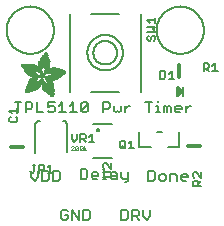
<source format=gbr>
G04 EAGLE Gerber RS-274X export*
G75*
%MOMM*%
%FSLAX34Y34*%
%LPD*%
%INSilkscreen Top*%
%IPPOS*%
%AMOC8*
5,1,8,0,0,1.08239X$1,22.5*%
G01*
%ADD10C,0.177800*%
%ADD11C,0.152400*%
%ADD12C,0.203200*%
%ADD13C,0.127000*%
%ADD14C,0.050800*%
%ADD15R,0.050800X0.006300*%
%ADD16R,0.082600X0.006400*%
%ADD17R,0.120600X0.006300*%
%ADD18R,0.139700X0.006400*%
%ADD19R,0.158800X0.006300*%
%ADD20R,0.177800X0.006400*%
%ADD21R,0.196800X0.006300*%
%ADD22R,0.215900X0.006400*%
%ADD23R,0.228600X0.006300*%
%ADD24R,0.241300X0.006400*%
%ADD25R,0.254000X0.006300*%
%ADD26R,0.266700X0.006400*%
%ADD27R,0.279400X0.006300*%
%ADD28R,0.285700X0.006400*%
%ADD29R,0.298400X0.006300*%
%ADD30R,0.311200X0.006400*%
%ADD31R,0.317500X0.006300*%
%ADD32R,0.330200X0.006400*%
%ADD33R,0.336600X0.006300*%
%ADD34R,0.349200X0.006400*%
%ADD35R,0.361900X0.006300*%
%ADD36R,0.368300X0.006400*%
%ADD37R,0.381000X0.006300*%
%ADD38R,0.387300X0.006400*%
%ADD39R,0.393700X0.006300*%
%ADD40R,0.406400X0.006400*%
%ADD41R,0.412700X0.006300*%
%ADD42R,0.419100X0.006400*%
%ADD43R,0.431800X0.006300*%
%ADD44R,0.438100X0.006400*%
%ADD45R,0.450800X0.006300*%
%ADD46R,0.457200X0.006400*%
%ADD47R,0.463500X0.006300*%
%ADD48R,0.476200X0.006400*%
%ADD49R,0.482600X0.006300*%
%ADD50R,0.488900X0.006400*%
%ADD51R,0.501600X0.006300*%
%ADD52R,0.508000X0.006400*%
%ADD53R,0.514300X0.006300*%
%ADD54R,0.527000X0.006400*%
%ADD55R,0.533400X0.006300*%
%ADD56R,0.546100X0.006400*%
%ADD57R,0.552400X0.006300*%
%ADD58R,0.558800X0.006400*%
%ADD59R,0.571500X0.006300*%
%ADD60R,0.577800X0.006400*%
%ADD61R,0.584200X0.006300*%
%ADD62R,0.596900X0.006400*%
%ADD63R,0.603200X0.006300*%
%ADD64R,0.609600X0.006400*%
%ADD65R,0.622300X0.006300*%
%ADD66R,0.628600X0.006400*%
%ADD67R,0.641300X0.006300*%
%ADD68R,0.647700X0.006400*%
%ADD69R,0.063500X0.006300*%
%ADD70R,0.654000X0.006300*%
%ADD71R,0.101600X0.006400*%
%ADD72R,0.666700X0.006400*%
%ADD73R,0.139700X0.006300*%
%ADD74R,0.673100X0.006300*%
%ADD75R,0.165100X0.006400*%
%ADD76R,0.679400X0.006400*%
%ADD77R,0.196900X0.006300*%
%ADD78R,0.692100X0.006300*%
%ADD79R,0.222200X0.006400*%
%ADD80R,0.698500X0.006400*%
%ADD81R,0.247700X0.006300*%
%ADD82R,0.704800X0.006300*%
%ADD83R,0.279400X0.006400*%
%ADD84R,0.717500X0.006400*%
%ADD85R,0.298500X0.006300*%
%ADD86R,0.723900X0.006300*%
%ADD87R,0.736600X0.006400*%
%ADD88R,0.342900X0.006300*%
%ADD89R,0.742900X0.006300*%
%ADD90R,0.374700X0.006400*%
%ADD91R,0.749300X0.006400*%
%ADD92R,0.762000X0.006300*%
%ADD93R,0.412700X0.006400*%
%ADD94R,0.768300X0.006400*%
%ADD95R,0.438100X0.006300*%
%ADD96R,0.774700X0.006300*%
%ADD97R,0.463600X0.006400*%
%ADD98R,0.787400X0.006400*%
%ADD99R,0.793700X0.006300*%
%ADD100R,0.495300X0.006400*%
%ADD101R,0.800100X0.006400*%
%ADD102R,0.520700X0.006300*%
%ADD103R,0.812800X0.006300*%
%ADD104R,0.533400X0.006400*%
%ADD105R,0.819100X0.006400*%
%ADD106R,0.558800X0.006300*%
%ADD107R,0.825500X0.006300*%
%ADD108R,0.577900X0.006400*%
%ADD109R,0.831800X0.006400*%
%ADD110R,0.596900X0.006300*%
%ADD111R,0.844500X0.006300*%
%ADD112R,0.616000X0.006400*%
%ADD113R,0.850900X0.006400*%
%ADD114R,0.635000X0.006300*%
%ADD115R,0.857200X0.006300*%
%ADD116R,0.654100X0.006400*%
%ADD117R,0.863600X0.006400*%
%ADD118R,0.666700X0.006300*%
%ADD119R,0.869900X0.006300*%
%ADD120R,0.685800X0.006400*%
%ADD121R,0.876300X0.006400*%
%ADD122R,0.882600X0.006300*%
%ADD123R,0.723900X0.006400*%
%ADD124R,0.889000X0.006400*%
%ADD125R,0.895300X0.006300*%
%ADD126R,0.755700X0.006400*%
%ADD127R,0.901700X0.006400*%
%ADD128R,0.908000X0.006300*%
%ADD129R,0.793800X0.006400*%
%ADD130R,0.914400X0.006400*%
%ADD131R,0.806400X0.006300*%
%ADD132R,0.920700X0.006300*%
%ADD133R,0.825500X0.006400*%
%ADD134R,0.927100X0.006400*%
%ADD135R,0.933400X0.006300*%
%ADD136R,0.857300X0.006400*%
%ADD137R,0.939800X0.006400*%
%ADD138R,0.870000X0.006300*%
%ADD139R,0.939800X0.006300*%
%ADD140R,0.946100X0.006400*%
%ADD141R,0.952500X0.006300*%
%ADD142R,0.908000X0.006400*%
%ADD143R,0.958800X0.006400*%
%ADD144R,0.965200X0.006300*%
%ADD145R,0.965200X0.006400*%
%ADD146R,0.971500X0.006300*%
%ADD147R,0.952500X0.006400*%
%ADD148R,0.977900X0.006400*%
%ADD149R,0.958800X0.006300*%
%ADD150R,0.984200X0.006300*%
%ADD151R,0.971500X0.006400*%
%ADD152R,0.984200X0.006400*%
%ADD153R,0.990600X0.006300*%
%ADD154R,0.984300X0.006400*%
%ADD155R,0.996900X0.006400*%
%ADD156R,0.997000X0.006300*%
%ADD157R,0.996900X0.006300*%
%ADD158R,1.003300X0.006400*%
%ADD159R,1.016000X0.006300*%
%ADD160R,1.009600X0.006300*%
%ADD161R,1.016000X0.006400*%
%ADD162R,1.009600X0.006400*%
%ADD163R,1.022300X0.006300*%
%ADD164R,1.028700X0.006400*%
%ADD165R,1.035100X0.006300*%
%ADD166R,1.047800X0.006400*%
%ADD167R,1.054100X0.006300*%
%ADD168R,1.028700X0.006300*%
%ADD169R,1.054100X0.006400*%
%ADD170R,1.035000X0.006400*%
%ADD171R,1.060400X0.006300*%
%ADD172R,1.035000X0.006300*%
%ADD173R,1.060500X0.006400*%
%ADD174R,1.041400X0.006400*%
%ADD175R,1.066800X0.006300*%
%ADD176R,1.041400X0.006300*%
%ADD177R,1.079500X0.006400*%
%ADD178R,1.047700X0.006400*%
%ADD179R,1.085900X0.006300*%
%ADD180R,1.047700X0.006300*%
%ADD181R,1.085800X0.006400*%
%ADD182R,1.092200X0.006300*%
%ADD183R,1.085900X0.006400*%
%ADD184R,1.098600X0.006300*%
%ADD185R,1.098600X0.006400*%
%ADD186R,1.060400X0.006400*%
%ADD187R,1.104900X0.006300*%
%ADD188R,1.104900X0.006400*%
%ADD189R,1.066800X0.006400*%
%ADD190R,1.111200X0.006300*%
%ADD191R,1.117600X0.006400*%
%ADD192R,1.117600X0.006300*%
%ADD193R,1.073100X0.006300*%
%ADD194R,1.073100X0.006400*%
%ADD195R,1.124000X0.006300*%
%ADD196R,1.079500X0.006300*%
%ADD197R,1.123900X0.006400*%
%ADD198R,1.130300X0.006300*%
%ADD199R,1.130300X0.006400*%
%ADD200R,1.136700X0.006400*%
%ADD201R,1.136700X0.006300*%
%ADD202R,1.085800X0.006300*%
%ADD203R,1.136600X0.006400*%
%ADD204R,1.136600X0.006300*%
%ADD205R,1.143000X0.006400*%
%ADD206R,1.143000X0.006300*%
%ADD207R,1.149400X0.006300*%
%ADD208R,1.149300X0.006300*%
%ADD209R,1.149300X0.006400*%
%ADD210R,1.149400X0.006400*%
%ADD211R,1.155700X0.006400*%
%ADD212R,1.155700X0.006300*%
%ADD213R,1.060500X0.006300*%
%ADD214R,2.197100X0.006400*%
%ADD215R,2.197100X0.006300*%
%ADD216R,2.184400X0.006300*%
%ADD217R,2.184400X0.006400*%
%ADD218R,2.171700X0.006400*%
%ADD219R,2.171700X0.006300*%
%ADD220R,1.530300X0.006400*%
%ADD221R,1.505000X0.006300*%
%ADD222R,1.492300X0.006400*%
%ADD223R,1.485900X0.006300*%
%ADD224R,0.565200X0.006300*%
%ADD225R,1.473200X0.006400*%
%ADD226R,0.565200X0.006400*%
%ADD227R,1.460500X0.006300*%
%ADD228R,1.454100X0.006400*%
%ADD229R,0.552400X0.006400*%
%ADD230R,1.441500X0.006300*%
%ADD231R,0.546100X0.006300*%
%ADD232R,1.435100X0.006400*%
%ADD233R,0.539800X0.006400*%
%ADD234R,1.428800X0.006300*%
%ADD235R,1.422400X0.006400*%
%ADD236R,1.409700X0.006300*%
%ADD237R,0.527100X0.006300*%
%ADD238R,1.403300X0.006400*%
%ADD239R,0.527100X0.006400*%
%ADD240R,1.390700X0.006300*%
%ADD241R,1.384300X0.006400*%
%ADD242R,0.520700X0.006400*%
%ADD243R,1.384300X0.006300*%
%ADD244R,0.514400X0.006300*%
%ADD245R,1.371600X0.006400*%
%ADD246R,1.365200X0.006300*%
%ADD247R,0.508000X0.006300*%
%ADD248R,1.352600X0.006400*%
%ADD249R,0.501700X0.006400*%
%ADD250R,0.711200X0.006300*%
%ADD251R,0.603300X0.006300*%
%ADD252R,0.501700X0.006300*%
%ADD253R,0.692100X0.006400*%
%ADD254R,0.571500X0.006400*%
%ADD255R,0.679400X0.006300*%
%ADD256R,0.495300X0.006300*%
%ADD257R,0.673100X0.006400*%
%ADD258R,0.666800X0.006300*%
%ADD259R,0.488900X0.006300*%
%ADD260R,0.660400X0.006400*%
%ADD261R,0.482600X0.006400*%
%ADD262R,0.476200X0.006300*%
%ADD263R,0.654000X0.006400*%
%ADD264R,0.469900X0.006400*%
%ADD265R,0.476300X0.006400*%
%ADD266R,0.647700X0.006300*%
%ADD267R,0.457200X0.006300*%
%ADD268R,0.469900X0.006300*%
%ADD269R,0.641300X0.006400*%
%ADD270R,0.444500X0.006400*%
%ADD271R,0.463600X0.006300*%
%ADD272R,0.635000X0.006400*%
%ADD273R,0.463500X0.006400*%
%ADD274R,0.393700X0.006400*%
%ADD275R,0.450800X0.006400*%
%ADD276R,0.628600X0.006300*%
%ADD277R,0.387400X0.006300*%
%ADD278R,0.450900X0.006300*%
%ADD279R,0.628700X0.006400*%
%ADD280R,0.374600X0.006400*%
%ADD281R,0.368300X0.006300*%
%ADD282R,0.438200X0.006300*%
%ADD283R,0.622300X0.006400*%
%ADD284R,0.355600X0.006400*%
%ADD285R,0.431800X0.006400*%
%ADD286R,0.349300X0.006300*%
%ADD287R,0.425400X0.006300*%
%ADD288R,0.615900X0.006300*%
%ADD289R,0.330200X0.006300*%
%ADD290R,0.419100X0.006300*%
%ADD291R,0.616000X0.006300*%
%ADD292R,0.311200X0.006300*%
%ADD293R,0.406400X0.006300*%
%ADD294R,0.615900X0.006400*%
%ADD295R,0.304800X0.006400*%
%ADD296R,0.158800X0.006400*%
%ADD297R,0.609600X0.006300*%
%ADD298R,0.292100X0.006300*%
%ADD299R,0.235000X0.006300*%
%ADD300R,0.387400X0.006400*%
%ADD301R,0.292100X0.006400*%
%ADD302R,0.336500X0.006300*%
%ADD303R,0.260400X0.006300*%
%ADD304R,0.603300X0.006400*%
%ADD305R,0.260400X0.006400*%
%ADD306R,0.362000X0.006400*%
%ADD307R,0.450900X0.006400*%
%ADD308R,0.355600X0.006300*%
%ADD309R,0.342900X0.006400*%
%ADD310R,0.514300X0.006400*%
%ADD311R,0.234900X0.006300*%
%ADD312R,0.539700X0.006300*%
%ADD313R,0.603200X0.006400*%
%ADD314R,0.234900X0.006400*%
%ADD315R,0.920700X0.006400*%
%ADD316R,0.958900X0.006400*%
%ADD317R,0.215900X0.006300*%
%ADD318R,0.209600X0.006400*%
%ADD319R,0.203200X0.006300*%
%ADD320R,1.003300X0.006300*%
%ADD321R,0.203200X0.006400*%
%ADD322R,0.196900X0.006400*%
%ADD323R,0.190500X0.006300*%
%ADD324R,0.190500X0.006400*%
%ADD325R,0.184200X0.006300*%
%ADD326R,0.590500X0.006400*%
%ADD327R,0.184200X0.006400*%
%ADD328R,0.590500X0.006300*%
%ADD329R,0.177800X0.006300*%
%ADD330R,0.584200X0.006400*%
%ADD331R,1.168400X0.006400*%
%ADD332R,0.171500X0.006300*%
%ADD333R,1.187500X0.006300*%
%ADD334R,1.200100X0.006400*%
%ADD335R,0.577800X0.006300*%
%ADD336R,1.212900X0.006300*%
%ADD337R,1.231900X0.006400*%
%ADD338R,1.250900X0.006300*%
%ADD339R,0.565100X0.006400*%
%ADD340R,0.184100X0.006400*%
%ADD341R,1.263700X0.006400*%
%ADD342R,0.565100X0.006300*%
%ADD343R,1.289100X0.006300*%
%ADD344R,1.314400X0.006400*%
%ADD345R,0.552500X0.006300*%
%ADD346R,1.568500X0.006300*%
%ADD347R,0.552500X0.006400*%
%ADD348R,1.581200X0.006400*%
%ADD349R,1.593800X0.006300*%
%ADD350R,1.606500X0.006400*%
%ADD351R,1.619300X0.006300*%
%ADD352R,0.514400X0.006400*%
%ADD353R,1.638300X0.006400*%
%ADD354R,1.657300X0.006300*%
%ADD355R,2.209800X0.006400*%
%ADD356R,2.425700X0.006300*%
%ADD357R,2.470100X0.006400*%
%ADD358R,2.501900X0.006300*%
%ADD359R,2.533700X0.006400*%
%ADD360R,2.559000X0.006300*%
%ADD361R,2.584500X0.006400*%
%ADD362R,2.609900X0.006300*%
%ADD363R,2.628900X0.006400*%
%ADD364R,2.660600X0.006300*%
%ADD365R,2.673400X0.006400*%
%ADD366R,1.422400X0.006300*%
%ADD367R,1.200200X0.006300*%
%ADD368R,1.365300X0.006300*%
%ADD369R,1.365300X0.006400*%
%ADD370R,1.352500X0.006300*%
%ADD371R,1.098500X0.006300*%
%ADD372R,1.358900X0.006400*%
%ADD373R,1.352600X0.006300*%
%ADD374R,1.358900X0.006300*%
%ADD375R,1.371600X0.006300*%
%ADD376R,1.377900X0.006400*%
%ADD377R,1.397000X0.006400*%
%ADD378R,1.403300X0.006300*%
%ADD379R,0.914400X0.006300*%
%ADD380R,0.876300X0.006300*%
%ADD381R,0.374600X0.006300*%
%ADD382R,1.073200X0.006400*%
%ADD383R,0.374700X0.006300*%
%ADD384R,0.844600X0.006400*%
%ADD385R,0.844600X0.006300*%
%ADD386R,0.831900X0.006400*%
%ADD387R,1.092200X0.006400*%
%ADD388R,0.400000X0.006300*%
%ADD389R,0.819200X0.006400*%
%ADD390R,1.111300X0.006400*%
%ADD391R,0.812800X0.006400*%
%ADD392R,0.800100X0.006300*%
%ADD393R,0.476300X0.006300*%
%ADD394R,1.181100X0.006300*%
%ADD395R,0.501600X0.006400*%
%ADD396R,1.193800X0.006400*%
%ADD397R,0.781000X0.006400*%
%ADD398R,1.238200X0.006400*%
%ADD399R,0.781100X0.006300*%
%ADD400R,1.257300X0.006300*%
%ADD401R,1.295400X0.006400*%
%ADD402R,1.333500X0.006300*%
%ADD403R,0.774700X0.006400*%
%ADD404R,1.866900X0.006400*%
%ADD405R,0.209600X0.006300*%
%ADD406R,1.866900X0.006300*%
%ADD407R,0.768400X0.006400*%
%ADD408R,0.209500X0.006400*%
%ADD409R,1.860600X0.006400*%
%ADD410R,0.762000X0.006400*%
%ADD411R,0.768400X0.006300*%
%ADD412R,1.860600X0.006300*%
%ADD413R,1.860500X0.006400*%
%ADD414R,0.222300X0.006300*%
%ADD415R,1.854200X0.006300*%
%ADD416R,0.235000X0.006400*%
%ADD417R,1.854200X0.006400*%
%ADD418R,0.768300X0.006300*%
%ADD419R,0.260300X0.006400*%
%ADD420R,1.847800X0.006400*%
%ADD421R,0.266700X0.006300*%
%ADD422R,1.847800X0.006300*%
%ADD423R,0.273100X0.006400*%
%ADD424R,1.841500X0.006400*%
%ADD425R,0.285800X0.006300*%
%ADD426R,1.841500X0.006300*%
%ADD427R,0.298500X0.006400*%
%ADD428R,1.835100X0.006400*%
%ADD429R,0.781000X0.006300*%
%ADD430R,0.304800X0.006300*%
%ADD431R,1.835100X0.006300*%
%ADD432R,0.317500X0.006400*%
%ADD433R,1.828800X0.006400*%
%ADD434R,0.787400X0.006300*%
%ADD435R,0.323800X0.006300*%
%ADD436R,1.828800X0.006300*%
%ADD437R,0.793700X0.006400*%
%ADD438R,1.822400X0.006400*%
%ADD439R,0.806500X0.006300*%
%ADD440R,1.822400X0.006300*%
%ADD441R,1.816100X0.006400*%
%ADD442R,0.819100X0.006300*%
%ADD443R,0.387300X0.006300*%
%ADD444R,1.816100X0.006300*%
%ADD445R,1.809800X0.006400*%
%ADD446R,1.803400X0.006300*%
%ADD447R,1.797000X0.006400*%
%ADD448R,0.901700X0.006300*%
%ADD449R,1.797000X0.006300*%
%ADD450R,1.441400X0.006400*%
%ADD451R,1.790700X0.006400*%
%ADD452R,1.447800X0.006300*%
%ADD453R,1.784300X0.006300*%
%ADD454R,1.447800X0.006400*%
%ADD455R,1.784300X0.006400*%
%ADD456R,1.454100X0.006300*%
%ADD457R,1.771700X0.006300*%
%ADD458R,1.460500X0.006400*%
%ADD459R,1.759000X0.006400*%
%ADD460R,1.466800X0.006300*%
%ADD461R,1.752600X0.006300*%
%ADD462R,1.466800X0.006400*%
%ADD463R,1.739900X0.006400*%
%ADD464R,1.473200X0.006300*%
%ADD465R,1.727200X0.006300*%
%ADD466R,1.479500X0.006400*%
%ADD467R,1.714500X0.006400*%
%ADD468R,1.695400X0.006300*%
%ADD469R,1.485900X0.006400*%
%ADD470R,1.682700X0.006400*%
%ADD471R,1.492200X0.006300*%
%ADD472R,1.663700X0.006300*%
%ADD473R,1.498600X0.006400*%
%ADD474R,1.644600X0.006400*%
%ADD475R,1.498600X0.006300*%
%ADD476R,1.619200X0.006300*%
%ADD477R,1.511300X0.006400*%
%ADD478R,1.600200X0.006400*%
%ADD479R,1.517700X0.006300*%
%ADD480R,1.574800X0.006300*%
%ADD481R,1.524000X0.006400*%
%ADD482R,1.555800X0.006400*%
%ADD483R,1.524000X0.006300*%
%ADD484R,1.536700X0.006300*%
%ADD485R,1.530400X0.006400*%
%ADD486R,1.517700X0.006400*%
%ADD487R,1.492300X0.006300*%
%ADD488R,1.549400X0.006400*%
%ADD489R,1.479600X0.006400*%
%ADD490R,1.549400X0.006300*%
%ADD491R,1.555700X0.006400*%
%ADD492R,1.562100X0.006300*%
%ADD493R,0.323900X0.006300*%
%ADD494R,1.568400X0.006400*%
%ADD495R,0.336600X0.006400*%
%ADD496R,1.587500X0.006300*%
%ADD497R,0.971600X0.006300*%
%ADD498R,0.349300X0.006400*%
%ADD499R,1.600200X0.006300*%
%ADD500R,0.920800X0.006300*%
%ADD501R,0.882700X0.006400*%
%ADD502R,1.612900X0.006300*%
%ADD503R,0.362000X0.006300*%
%ADD504R,1.625600X0.006400*%
%ADD505R,1.625600X0.006300*%
%ADD506R,1.644600X0.006300*%
%ADD507R,0.736600X0.006300*%
%ADD508R,0.717600X0.006400*%
%ADD509R,1.657400X0.006300*%
%ADD510R,0.679500X0.006300*%
%ADD511R,1.663700X0.006400*%
%ADD512R,0.400000X0.006400*%
%ADD513R,1.676400X0.006300*%
%ADD514R,1.676400X0.006400*%
%ADD515R,0.425500X0.006400*%
%ADD516R,1.352500X0.006400*%
%ADD517R,0.444500X0.006300*%
%ADD518R,0.361900X0.006400*%
%ADD519R,0.088900X0.006300*%
%ADD520R,1.009700X0.006300*%
%ADD521R,1.009700X0.006400*%
%ADD522R,1.022300X0.006400*%
%ADD523R,1.346200X0.006400*%
%ADD524R,1.346200X0.006300*%
%ADD525R,1.339900X0.006400*%
%ADD526R,1.035100X0.006400*%
%ADD527R,1.339800X0.006300*%
%ADD528R,1.333500X0.006400*%
%ADD529R,1.327200X0.006400*%
%ADD530R,1.320800X0.006300*%
%ADD531R,1.314500X0.006400*%
%ADD532R,1.314400X0.006300*%
%ADD533R,1.301700X0.006400*%
%ADD534R,1.295400X0.006300*%
%ADD535R,1.289000X0.006400*%
%ADD536R,1.276300X0.006300*%
%ADD537R,1.251000X0.006300*%
%ADD538R,1.244600X0.006400*%
%ADD539R,1.231900X0.006300*%
%ADD540R,1.212800X0.006400*%
%ADD541R,1.200100X0.006300*%
%ADD542R,1.187400X0.006400*%
%ADD543R,1.168400X0.006300*%
%ADD544R,1.047800X0.006300*%
%ADD545R,0.977900X0.006300*%
%ADD546R,0.946200X0.006400*%
%ADD547R,0.933400X0.006400*%
%ADD548R,0.895300X0.006400*%
%ADD549R,0.882700X0.006300*%
%ADD550R,0.863600X0.006300*%
%ADD551R,0.857200X0.006400*%
%ADD552R,0.850900X0.006300*%
%ADD553R,0.838200X0.006300*%
%ADD554R,0.806500X0.006400*%
%ADD555R,0.717600X0.006300*%
%ADD556R,0.711200X0.006400*%
%ADD557R,0.641400X0.006400*%
%ADD558R,0.641400X0.006300*%
%ADD559R,0.628700X0.006300*%
%ADD560R,0.590600X0.006300*%
%ADD561R,0.539700X0.006400*%
%ADD562R,0.285700X0.006300*%
%ADD563R,0.222200X0.006300*%
%ADD564R,0.171400X0.006300*%
%ADD565R,0.152400X0.006400*%
%ADD566R,0.133400X0.006300*%
%ADD567R,0.190500X0.889000*%
%ADD568C,0.304800*%

G36*
X134677Y104654D02*
X134677Y104654D01*
X134695Y104652D01*
X134797Y104680D01*
X134900Y104702D01*
X134915Y104711D01*
X134932Y104716D01*
X135077Y104801D01*
X140157Y108611D01*
X140160Y108614D01*
X140164Y108616D01*
X140245Y108703D01*
X140327Y108788D01*
X140329Y108792D01*
X140332Y108795D01*
X140382Y108904D01*
X140432Y109011D01*
X140432Y109015D01*
X140434Y109019D01*
X140447Y109137D01*
X140460Y109255D01*
X140460Y109259D01*
X140460Y109264D01*
X140434Y109380D01*
X140410Y109496D01*
X140407Y109500D01*
X140406Y109504D01*
X140345Y109606D01*
X140285Y109708D01*
X140281Y109711D01*
X140279Y109714D01*
X140157Y109829D01*
X135077Y113639D01*
X135061Y113647D01*
X135048Y113660D01*
X135033Y113667D01*
X135025Y113673D01*
X134975Y113693D01*
X134952Y113704D01*
X134859Y113753D01*
X134841Y113756D01*
X134825Y113763D01*
X134720Y113775D01*
X134616Y113791D01*
X134598Y113788D01*
X134581Y113790D01*
X134478Y113768D01*
X134373Y113750D01*
X134358Y113742D01*
X134340Y113738D01*
X134250Y113684D01*
X134157Y113634D01*
X134144Y113621D01*
X134129Y113612D01*
X134060Y113532D01*
X133988Y113455D01*
X133981Y113438D01*
X133969Y113425D01*
X133930Y113327D01*
X133886Y113231D01*
X133884Y113213D01*
X133877Y113197D01*
X133859Y113030D01*
X133859Y105410D01*
X133862Y105392D01*
X133860Y105375D01*
X133881Y105271D01*
X133899Y105167D01*
X133907Y105152D01*
X133911Y105134D01*
X133964Y105043D01*
X134014Y104950D01*
X134026Y104938D01*
X134036Y104922D01*
X134115Y104853D01*
X134192Y104781D01*
X134208Y104773D01*
X134222Y104761D01*
X134319Y104721D01*
X134415Y104677D01*
X134433Y104675D01*
X134449Y104668D01*
X134555Y104661D01*
X134659Y104650D01*
X134677Y104654D01*
G37*
D10*
X11049Y42298D02*
X11049Y36705D01*
X13845Y33909D01*
X16642Y36705D01*
X16642Y42298D01*
X20404Y42298D02*
X20404Y33909D01*
X24599Y33909D01*
X25997Y35307D01*
X25997Y40900D01*
X24599Y42298D01*
X20404Y42298D01*
X29759Y42298D02*
X29759Y33909D01*
X33954Y33909D01*
X35352Y35307D01*
X35352Y40900D01*
X33954Y42298D01*
X29759Y42298D01*
X40644Y9278D02*
X42042Y7880D01*
X40644Y9278D02*
X37847Y9278D01*
X36449Y7880D01*
X36449Y2287D01*
X37847Y889D01*
X40644Y889D01*
X42042Y2287D01*
X42042Y5084D01*
X39245Y5084D01*
X45804Y889D02*
X45804Y9278D01*
X51397Y889D01*
X51397Y9278D01*
X55159Y9278D02*
X55159Y889D01*
X59354Y889D01*
X60752Y2287D01*
X60752Y7880D01*
X59354Y9278D01*
X55159Y9278D01*
X52959Y35179D02*
X52959Y43568D01*
X52959Y35179D02*
X57154Y35179D01*
X58552Y36577D01*
X58552Y42170D01*
X57154Y43568D01*
X52959Y43568D01*
X63712Y35179D02*
X66509Y35179D01*
X63712Y35179D02*
X62314Y36577D01*
X62314Y39374D01*
X63712Y40772D01*
X66509Y40772D01*
X67907Y39374D01*
X67907Y37975D01*
X62314Y37975D01*
X71669Y43568D02*
X73068Y43568D01*
X73068Y35179D01*
X74466Y35179D02*
X71669Y35179D01*
X79304Y40772D02*
X82101Y40772D01*
X83499Y39374D01*
X83499Y35179D01*
X79304Y35179D01*
X77906Y36577D01*
X79304Y37975D01*
X83499Y37975D01*
X87261Y36577D02*
X87261Y40772D01*
X87261Y36577D02*
X88660Y35179D01*
X92854Y35179D01*
X92854Y33781D02*
X92854Y40772D01*
X92854Y33781D02*
X91456Y32383D01*
X90058Y32383D01*
X87249Y9278D02*
X87249Y889D01*
X91444Y889D01*
X92842Y2287D01*
X92842Y7880D01*
X91444Y9278D01*
X87249Y9278D01*
X96604Y9278D02*
X96604Y889D01*
X96604Y9278D02*
X100799Y9278D01*
X102197Y7880D01*
X102197Y5084D01*
X100799Y3685D01*
X96604Y3685D01*
X99401Y3685D02*
X102197Y889D01*
X105959Y3685D02*
X105959Y9278D01*
X105959Y3685D02*
X108756Y889D01*
X111552Y3685D01*
X111552Y9278D01*
X110109Y33909D02*
X110109Y42298D01*
X110109Y33909D02*
X114304Y33909D01*
X115702Y35307D01*
X115702Y40900D01*
X114304Y42298D01*
X110109Y42298D01*
X120862Y33909D02*
X123659Y33909D01*
X125057Y35307D01*
X125057Y38104D01*
X123659Y39502D01*
X120862Y39502D01*
X119464Y38104D01*
X119464Y35307D01*
X120862Y33909D01*
X128819Y33909D02*
X128819Y39502D01*
X133014Y39502D01*
X134412Y38104D01*
X134412Y33909D01*
X139573Y33909D02*
X142369Y33909D01*
X139573Y33909D02*
X138175Y35307D01*
X138175Y38104D01*
X139573Y39502D01*
X142369Y39502D01*
X143767Y38104D01*
X143767Y36705D01*
X138175Y36705D01*
D11*
X-167Y91567D02*
X-167Y100210D01*
X-3048Y100210D02*
X2714Y100210D01*
X6307Y100210D02*
X6307Y91567D01*
X6307Y100210D02*
X10629Y100210D01*
X12069Y98770D01*
X12069Y95889D01*
X10629Y94448D01*
X6307Y94448D01*
X15662Y91567D02*
X15662Y100210D01*
X15662Y91567D02*
X21425Y91567D01*
X25018Y100210D02*
X30780Y100210D01*
X25018Y100210D02*
X25018Y95889D01*
X27899Y97329D01*
X29339Y97329D01*
X30780Y95889D01*
X30780Y93008D01*
X29339Y91567D01*
X26458Y91567D01*
X25018Y93008D01*
X34373Y97329D02*
X37254Y100210D01*
X37254Y91567D01*
X34373Y91567D02*
X40135Y91567D01*
X43728Y97329D02*
X46609Y100210D01*
X46609Y91567D01*
X43728Y91567D02*
X49490Y91567D01*
X53083Y93008D02*
X53083Y98770D01*
X54524Y100210D01*
X57405Y100210D01*
X58845Y98770D01*
X58845Y93008D01*
X57405Y91567D01*
X54524Y91567D01*
X53083Y93008D01*
X58845Y98770D01*
X71794Y100210D02*
X71794Y91567D01*
X71794Y100210D02*
X76115Y100210D01*
X77556Y98770D01*
X77556Y95889D01*
X76115Y94448D01*
X71794Y94448D01*
X81149Y93008D02*
X81149Y97329D01*
X81149Y93008D02*
X82589Y91567D01*
X84030Y93008D01*
X85470Y91567D01*
X86911Y93008D01*
X86911Y97329D01*
X90504Y97329D02*
X90504Y91567D01*
X90504Y94448D02*
X93385Y97329D01*
X94826Y97329D01*
X110536Y100210D02*
X110536Y91567D01*
X107655Y100210D02*
X113417Y100210D01*
X117010Y97329D02*
X118451Y97329D01*
X118451Y91567D01*
X119891Y91567D02*
X117010Y91567D01*
X118451Y100210D02*
X118451Y101651D01*
X123247Y97329D02*
X123247Y91567D01*
X123247Y97329D02*
X124688Y97329D01*
X126128Y95889D01*
X126128Y91567D01*
X126128Y95889D02*
X127569Y97329D01*
X129009Y95889D01*
X129009Y91567D01*
X134043Y91567D02*
X136924Y91567D01*
X134043Y91567D02*
X132602Y93008D01*
X132602Y95889D01*
X134043Y97329D01*
X136924Y97329D01*
X138364Y95889D01*
X138364Y94448D01*
X132602Y94448D01*
X141957Y91567D02*
X141957Y97329D01*
X141957Y94448D02*
X144839Y97329D01*
X146279Y97329D01*
D12*
X117160Y161290D02*
X117166Y161781D01*
X117184Y162271D01*
X117214Y162761D01*
X117256Y163250D01*
X117310Y163738D01*
X117376Y164225D01*
X117454Y164709D01*
X117544Y165192D01*
X117646Y165672D01*
X117759Y166150D01*
X117884Y166624D01*
X118021Y167096D01*
X118169Y167564D01*
X118329Y168028D01*
X118500Y168488D01*
X118682Y168944D01*
X118876Y169395D01*
X119080Y169841D01*
X119296Y170282D01*
X119522Y170718D01*
X119758Y171148D01*
X120005Y171572D01*
X120263Y171990D01*
X120531Y172401D01*
X120808Y172806D01*
X121096Y173204D01*
X121393Y173595D01*
X121700Y173978D01*
X122016Y174353D01*
X122341Y174721D01*
X122675Y175081D01*
X123018Y175432D01*
X123369Y175775D01*
X123729Y176109D01*
X124097Y176434D01*
X124472Y176750D01*
X124855Y177057D01*
X125246Y177354D01*
X125644Y177642D01*
X126049Y177919D01*
X126460Y178187D01*
X126878Y178445D01*
X127302Y178692D01*
X127732Y178928D01*
X128168Y179154D01*
X128609Y179370D01*
X129055Y179574D01*
X129506Y179768D01*
X129962Y179950D01*
X130422Y180121D01*
X130886Y180281D01*
X131354Y180429D01*
X131826Y180566D01*
X132300Y180691D01*
X132778Y180804D01*
X133258Y180906D01*
X133741Y180996D01*
X134225Y181074D01*
X134712Y181140D01*
X135200Y181194D01*
X135689Y181236D01*
X136179Y181266D01*
X136669Y181284D01*
X137160Y181290D01*
X137651Y181284D01*
X138141Y181266D01*
X138631Y181236D01*
X139120Y181194D01*
X139608Y181140D01*
X140095Y181074D01*
X140579Y180996D01*
X141062Y180906D01*
X141542Y180804D01*
X142020Y180691D01*
X142494Y180566D01*
X142966Y180429D01*
X143434Y180281D01*
X143898Y180121D01*
X144358Y179950D01*
X144814Y179768D01*
X145265Y179574D01*
X145711Y179370D01*
X146152Y179154D01*
X146588Y178928D01*
X147018Y178692D01*
X147442Y178445D01*
X147860Y178187D01*
X148271Y177919D01*
X148676Y177642D01*
X149074Y177354D01*
X149465Y177057D01*
X149848Y176750D01*
X150223Y176434D01*
X150591Y176109D01*
X150951Y175775D01*
X151302Y175432D01*
X151645Y175081D01*
X151979Y174721D01*
X152304Y174353D01*
X152620Y173978D01*
X152927Y173595D01*
X153224Y173204D01*
X153512Y172806D01*
X153789Y172401D01*
X154057Y171990D01*
X154315Y171572D01*
X154562Y171148D01*
X154798Y170718D01*
X155024Y170282D01*
X155240Y169841D01*
X155444Y169395D01*
X155638Y168944D01*
X155820Y168488D01*
X155991Y168028D01*
X156151Y167564D01*
X156299Y167096D01*
X156436Y166624D01*
X156561Y166150D01*
X156674Y165672D01*
X156776Y165192D01*
X156866Y164709D01*
X156944Y164225D01*
X157010Y163738D01*
X157064Y163250D01*
X157106Y162761D01*
X157136Y162271D01*
X157154Y161781D01*
X157160Y161290D01*
X157154Y160799D01*
X157136Y160309D01*
X157106Y159819D01*
X157064Y159330D01*
X157010Y158842D01*
X156944Y158355D01*
X156866Y157871D01*
X156776Y157388D01*
X156674Y156908D01*
X156561Y156430D01*
X156436Y155956D01*
X156299Y155484D01*
X156151Y155016D01*
X155991Y154552D01*
X155820Y154092D01*
X155638Y153636D01*
X155444Y153185D01*
X155240Y152739D01*
X155024Y152298D01*
X154798Y151862D01*
X154562Y151432D01*
X154315Y151008D01*
X154057Y150590D01*
X153789Y150179D01*
X153512Y149774D01*
X153224Y149376D01*
X152927Y148985D01*
X152620Y148602D01*
X152304Y148227D01*
X151979Y147859D01*
X151645Y147499D01*
X151302Y147148D01*
X150951Y146805D01*
X150591Y146471D01*
X150223Y146146D01*
X149848Y145830D01*
X149465Y145523D01*
X149074Y145226D01*
X148676Y144938D01*
X148271Y144661D01*
X147860Y144393D01*
X147442Y144135D01*
X147018Y143888D01*
X146588Y143652D01*
X146152Y143426D01*
X145711Y143210D01*
X145265Y143006D01*
X144814Y142812D01*
X144358Y142630D01*
X143898Y142459D01*
X143434Y142299D01*
X142966Y142151D01*
X142494Y142014D01*
X142020Y141889D01*
X141542Y141776D01*
X141062Y141674D01*
X140579Y141584D01*
X140095Y141506D01*
X139608Y141440D01*
X139120Y141386D01*
X138631Y141344D01*
X138141Y141314D01*
X137651Y141296D01*
X137160Y141290D01*
X136669Y141296D01*
X136179Y141314D01*
X135689Y141344D01*
X135200Y141386D01*
X134712Y141440D01*
X134225Y141506D01*
X133741Y141584D01*
X133258Y141674D01*
X132778Y141776D01*
X132300Y141889D01*
X131826Y142014D01*
X131354Y142151D01*
X130886Y142299D01*
X130422Y142459D01*
X129962Y142630D01*
X129506Y142812D01*
X129055Y143006D01*
X128609Y143210D01*
X128168Y143426D01*
X127732Y143652D01*
X127302Y143888D01*
X126878Y144135D01*
X126460Y144393D01*
X126049Y144661D01*
X125644Y144938D01*
X125246Y145226D01*
X124855Y145523D01*
X124472Y145830D01*
X124097Y146146D01*
X123729Y146471D01*
X123369Y146805D01*
X123018Y147148D01*
X122675Y147499D01*
X122341Y147859D01*
X122016Y148227D01*
X121700Y148602D01*
X121393Y148985D01*
X121096Y149376D01*
X120808Y149774D01*
X120531Y150179D01*
X120263Y150590D01*
X120005Y151008D01*
X119758Y151432D01*
X119522Y151862D01*
X119296Y152298D01*
X119080Y152739D01*
X118876Y153185D01*
X118682Y153636D01*
X118500Y154092D01*
X118329Y154552D01*
X118169Y155016D01*
X118021Y155484D01*
X117884Y155956D01*
X117759Y156430D01*
X117646Y156908D01*
X117544Y157388D01*
X117454Y157871D01*
X117376Y158355D01*
X117310Y158842D01*
X117256Y159330D01*
X117214Y159819D01*
X117184Y160309D01*
X117166Y160799D01*
X117160Y161290D01*
X-9840Y161290D02*
X-9834Y161781D01*
X-9816Y162271D01*
X-9786Y162761D01*
X-9744Y163250D01*
X-9690Y163738D01*
X-9624Y164225D01*
X-9546Y164709D01*
X-9456Y165192D01*
X-9354Y165672D01*
X-9241Y166150D01*
X-9116Y166624D01*
X-8979Y167096D01*
X-8831Y167564D01*
X-8671Y168028D01*
X-8500Y168488D01*
X-8318Y168944D01*
X-8124Y169395D01*
X-7920Y169841D01*
X-7704Y170282D01*
X-7478Y170718D01*
X-7242Y171148D01*
X-6995Y171572D01*
X-6737Y171990D01*
X-6469Y172401D01*
X-6192Y172806D01*
X-5904Y173204D01*
X-5607Y173595D01*
X-5300Y173978D01*
X-4984Y174353D01*
X-4659Y174721D01*
X-4325Y175081D01*
X-3982Y175432D01*
X-3631Y175775D01*
X-3271Y176109D01*
X-2903Y176434D01*
X-2528Y176750D01*
X-2145Y177057D01*
X-1754Y177354D01*
X-1356Y177642D01*
X-951Y177919D01*
X-540Y178187D01*
X-122Y178445D01*
X302Y178692D01*
X732Y178928D01*
X1168Y179154D01*
X1609Y179370D01*
X2055Y179574D01*
X2506Y179768D01*
X2962Y179950D01*
X3422Y180121D01*
X3886Y180281D01*
X4354Y180429D01*
X4826Y180566D01*
X5300Y180691D01*
X5778Y180804D01*
X6258Y180906D01*
X6741Y180996D01*
X7225Y181074D01*
X7712Y181140D01*
X8200Y181194D01*
X8689Y181236D01*
X9179Y181266D01*
X9669Y181284D01*
X10160Y181290D01*
X10651Y181284D01*
X11141Y181266D01*
X11631Y181236D01*
X12120Y181194D01*
X12608Y181140D01*
X13095Y181074D01*
X13579Y180996D01*
X14062Y180906D01*
X14542Y180804D01*
X15020Y180691D01*
X15494Y180566D01*
X15966Y180429D01*
X16434Y180281D01*
X16898Y180121D01*
X17358Y179950D01*
X17814Y179768D01*
X18265Y179574D01*
X18711Y179370D01*
X19152Y179154D01*
X19588Y178928D01*
X20018Y178692D01*
X20442Y178445D01*
X20860Y178187D01*
X21271Y177919D01*
X21676Y177642D01*
X22074Y177354D01*
X22465Y177057D01*
X22848Y176750D01*
X23223Y176434D01*
X23591Y176109D01*
X23951Y175775D01*
X24302Y175432D01*
X24645Y175081D01*
X24979Y174721D01*
X25304Y174353D01*
X25620Y173978D01*
X25927Y173595D01*
X26224Y173204D01*
X26512Y172806D01*
X26789Y172401D01*
X27057Y171990D01*
X27315Y171572D01*
X27562Y171148D01*
X27798Y170718D01*
X28024Y170282D01*
X28240Y169841D01*
X28444Y169395D01*
X28638Y168944D01*
X28820Y168488D01*
X28991Y168028D01*
X29151Y167564D01*
X29299Y167096D01*
X29436Y166624D01*
X29561Y166150D01*
X29674Y165672D01*
X29776Y165192D01*
X29866Y164709D01*
X29944Y164225D01*
X30010Y163738D01*
X30064Y163250D01*
X30106Y162761D01*
X30136Y162271D01*
X30154Y161781D01*
X30160Y161290D01*
X30154Y160799D01*
X30136Y160309D01*
X30106Y159819D01*
X30064Y159330D01*
X30010Y158842D01*
X29944Y158355D01*
X29866Y157871D01*
X29776Y157388D01*
X29674Y156908D01*
X29561Y156430D01*
X29436Y155956D01*
X29299Y155484D01*
X29151Y155016D01*
X28991Y154552D01*
X28820Y154092D01*
X28638Y153636D01*
X28444Y153185D01*
X28240Y152739D01*
X28024Y152298D01*
X27798Y151862D01*
X27562Y151432D01*
X27315Y151008D01*
X27057Y150590D01*
X26789Y150179D01*
X26512Y149774D01*
X26224Y149376D01*
X25927Y148985D01*
X25620Y148602D01*
X25304Y148227D01*
X24979Y147859D01*
X24645Y147499D01*
X24302Y147148D01*
X23951Y146805D01*
X23591Y146471D01*
X23223Y146146D01*
X22848Y145830D01*
X22465Y145523D01*
X22074Y145226D01*
X21676Y144938D01*
X21271Y144661D01*
X20860Y144393D01*
X20442Y144135D01*
X20018Y143888D01*
X19588Y143652D01*
X19152Y143426D01*
X18711Y143210D01*
X18265Y143006D01*
X17814Y142812D01*
X17358Y142630D01*
X16898Y142459D01*
X16434Y142299D01*
X15966Y142151D01*
X15494Y142014D01*
X15020Y141889D01*
X14542Y141776D01*
X14062Y141674D01*
X13579Y141584D01*
X13095Y141506D01*
X12608Y141440D01*
X12120Y141386D01*
X11631Y141344D01*
X11141Y141314D01*
X10651Y141296D01*
X10160Y141290D01*
X9669Y141296D01*
X9179Y141314D01*
X8689Y141344D01*
X8200Y141386D01*
X7712Y141440D01*
X7225Y141506D01*
X6741Y141584D01*
X6258Y141674D01*
X5778Y141776D01*
X5300Y141889D01*
X4826Y142014D01*
X4354Y142151D01*
X3886Y142299D01*
X3422Y142459D01*
X2962Y142630D01*
X2506Y142812D01*
X2055Y143006D01*
X1609Y143210D01*
X1168Y143426D01*
X732Y143652D01*
X302Y143888D01*
X-122Y144135D01*
X-540Y144393D01*
X-951Y144661D01*
X-1356Y144938D01*
X-1754Y145226D01*
X-2145Y145523D01*
X-2528Y145830D01*
X-2903Y146146D01*
X-3271Y146471D01*
X-3631Y146805D01*
X-3982Y147148D01*
X-4325Y147499D01*
X-4659Y147859D01*
X-4984Y148227D01*
X-5300Y148602D01*
X-5607Y148985D01*
X-5904Y149376D01*
X-6192Y149774D01*
X-6469Y150179D01*
X-6737Y150590D01*
X-6995Y151008D01*
X-7242Y151432D01*
X-7478Y151862D01*
X-7704Y152298D01*
X-7920Y152739D01*
X-8124Y153185D01*
X-8318Y153636D01*
X-8500Y154092D01*
X-8671Y154552D01*
X-8831Y155016D01*
X-8979Y155484D01*
X-9116Y155956D01*
X-9241Y156430D01*
X-9354Y156908D01*
X-9456Y157388D01*
X-9546Y157871D01*
X-9624Y158355D01*
X-9690Y158842D01*
X-9744Y159330D01*
X-9786Y159819D01*
X-9816Y160309D01*
X-9834Y160799D01*
X-9840Y161290D01*
D11*
X10160Y41742D02*
X11262Y40640D01*
X12363Y40640D01*
X13465Y41742D01*
X13465Y47250D01*
X14566Y47250D02*
X12363Y47250D01*
X17644Y47250D02*
X17644Y40640D01*
X17644Y47250D02*
X20949Y47250D01*
X22051Y46148D01*
X22051Y43945D01*
X20949Y42843D01*
X17644Y42843D01*
X25128Y45046D02*
X27332Y47250D01*
X27332Y40640D01*
X29535Y40640D02*
X25128Y40640D01*
D12*
X63120Y81810D02*
X79120Y81810D01*
X79120Y52810D02*
X63120Y52810D01*
X66620Y76810D02*
X66622Y76873D01*
X66628Y76935D01*
X66638Y76997D01*
X66651Y77059D01*
X66669Y77119D01*
X66690Y77178D01*
X66715Y77236D01*
X66744Y77292D01*
X66776Y77346D01*
X66811Y77398D01*
X66849Y77447D01*
X66891Y77495D01*
X66935Y77539D01*
X66983Y77581D01*
X67032Y77619D01*
X67084Y77654D01*
X67138Y77686D01*
X67194Y77715D01*
X67252Y77740D01*
X67311Y77761D01*
X67371Y77779D01*
X67433Y77792D01*
X67495Y77802D01*
X67557Y77808D01*
X67620Y77810D01*
X67683Y77808D01*
X67745Y77802D01*
X67807Y77792D01*
X67869Y77779D01*
X67929Y77761D01*
X67988Y77740D01*
X68046Y77715D01*
X68102Y77686D01*
X68156Y77654D01*
X68208Y77619D01*
X68257Y77581D01*
X68305Y77539D01*
X68349Y77495D01*
X68391Y77447D01*
X68429Y77398D01*
X68464Y77346D01*
X68496Y77292D01*
X68525Y77236D01*
X68550Y77178D01*
X68571Y77119D01*
X68589Y77059D01*
X68602Y76997D01*
X68612Y76935D01*
X68618Y76873D01*
X68620Y76810D01*
X68618Y76747D01*
X68612Y76685D01*
X68602Y76623D01*
X68589Y76561D01*
X68571Y76501D01*
X68550Y76442D01*
X68525Y76384D01*
X68496Y76328D01*
X68464Y76274D01*
X68429Y76222D01*
X68391Y76173D01*
X68349Y76125D01*
X68305Y76081D01*
X68257Y76039D01*
X68208Y76001D01*
X68156Y75966D01*
X68102Y75934D01*
X68046Y75905D01*
X67988Y75880D01*
X67929Y75859D01*
X67869Y75841D01*
X67807Y75828D01*
X67745Y75818D01*
X67683Y75812D01*
X67620Y75810D01*
X67557Y75812D01*
X67495Y75818D01*
X67433Y75828D01*
X67371Y75841D01*
X67311Y75859D01*
X67252Y75880D01*
X67194Y75905D01*
X67138Y75934D01*
X67084Y75966D01*
X67032Y76001D01*
X66983Y76039D01*
X66935Y76081D01*
X66891Y76125D01*
X66849Y76173D01*
X66811Y76222D01*
X66776Y76274D01*
X66744Y76328D01*
X66715Y76384D01*
X66690Y76442D01*
X66669Y76501D01*
X66651Y76561D01*
X66638Y76623D01*
X66628Y76685D01*
X66622Y76747D01*
X66620Y76810D01*
D11*
X71876Y36594D02*
X77384Y36594D01*
X78486Y37695D01*
X78486Y39899D01*
X77384Y41000D01*
X71876Y41000D01*
X78486Y44078D02*
X78486Y48484D01*
X78486Y44078D02*
X74080Y48484D01*
X72978Y48484D01*
X71876Y47383D01*
X71876Y45179D01*
X72978Y44078D01*
D13*
X18305Y84080D02*
X15605Y84080D01*
X15603Y84001D01*
X15597Y83923D01*
X15588Y83845D01*
X15574Y83768D01*
X15557Y83691D01*
X15536Y83616D01*
X15511Y83541D01*
X15483Y83468D01*
X15451Y83396D01*
X15416Y83326D01*
X15377Y83257D01*
X15335Y83191D01*
X15290Y83127D01*
X15242Y83065D01*
X15191Y83006D01*
X15136Y82949D01*
X15079Y82894D01*
X15020Y82843D01*
X14958Y82795D01*
X14894Y82750D01*
X14828Y82708D01*
X14759Y82669D01*
X14689Y82634D01*
X14617Y82602D01*
X14544Y82574D01*
X14469Y82549D01*
X14394Y82528D01*
X14317Y82511D01*
X14240Y82497D01*
X14162Y82488D01*
X14084Y82482D01*
X14005Y82480D01*
X14005Y57580D01*
X37575Y84180D02*
X40075Y84180D01*
X40077Y84104D01*
X40083Y84028D01*
X40092Y83953D01*
X40106Y83878D01*
X40123Y83804D01*
X40144Y83731D01*
X40168Y83659D01*
X40197Y83588D01*
X40228Y83519D01*
X40263Y83452D01*
X40302Y83387D01*
X40344Y83323D01*
X40389Y83262D01*
X40437Y83203D01*
X40488Y83147D01*
X40542Y83093D01*
X40598Y83042D01*
X40657Y82994D01*
X40718Y82949D01*
X40782Y82907D01*
X40847Y82868D01*
X40914Y82833D01*
X40983Y82802D01*
X41054Y82773D01*
X41126Y82749D01*
X41199Y82728D01*
X41273Y82711D01*
X41348Y82697D01*
X41423Y82688D01*
X41499Y82682D01*
X41575Y82680D01*
X41575Y57680D01*
D11*
X45202Y68810D02*
X45202Y73217D01*
X45202Y68810D02*
X47405Y66607D01*
X49608Y68810D01*
X49608Y73217D01*
X52686Y73217D02*
X52686Y66607D01*
X52686Y73217D02*
X55991Y73217D01*
X57093Y72115D01*
X57093Y69912D01*
X55991Y68810D01*
X52686Y68810D01*
X54889Y68810D02*
X57093Y66607D01*
X60170Y71013D02*
X62374Y73217D01*
X62374Y66607D01*
X64577Y66607D02*
X60170Y66607D01*
D14*
X47067Y59569D02*
X44694Y59569D01*
X47067Y61942D01*
X47067Y62535D01*
X46474Y63128D01*
X45287Y63128D01*
X44694Y62535D01*
X48436Y62535D02*
X48436Y60162D01*
X48436Y62535D02*
X49029Y63128D01*
X50216Y63128D01*
X50809Y62535D01*
X50809Y60162D01*
X50216Y59569D01*
X49029Y59569D01*
X48436Y60162D01*
X50809Y62535D01*
X52178Y62535D02*
X52178Y60162D01*
X52178Y62535D02*
X52771Y63128D01*
X53958Y63128D01*
X54551Y62535D01*
X54551Y60162D01*
X53958Y59569D01*
X52771Y59569D01*
X52178Y60162D01*
X54551Y62535D01*
X55920Y63128D02*
X55920Y59569D01*
X55920Y60755D02*
X57700Y59569D01*
X55920Y60755D02*
X57700Y61942D01*
D12*
X103660Y109240D02*
X103660Y175240D01*
X43660Y175240D02*
X43660Y109240D01*
X61660Y175240D02*
X85660Y175240D01*
X85660Y109240D02*
X61660Y109240D01*
X58627Y142240D02*
X58632Y142609D01*
X58645Y142978D01*
X58668Y143346D01*
X58699Y143713D01*
X58740Y144080D01*
X58790Y144446D01*
X58848Y144810D01*
X58916Y145173D01*
X58992Y145534D01*
X59078Y145893D01*
X59172Y146249D01*
X59274Y146604D01*
X59386Y146956D01*
X59506Y147304D01*
X59634Y147650D01*
X59771Y147993D01*
X59917Y148332D01*
X60070Y148667D01*
X60232Y148999D01*
X60402Y149327D01*
X60580Y149650D01*
X60766Y149969D01*
X60959Y150283D01*
X61161Y150592D01*
X61369Y150896D01*
X61585Y151195D01*
X61809Y151489D01*
X62039Y151777D01*
X62277Y152059D01*
X62521Y152336D01*
X62772Y152606D01*
X63030Y152870D01*
X63294Y153128D01*
X63564Y153379D01*
X63841Y153623D01*
X64123Y153861D01*
X64411Y154091D01*
X64705Y154315D01*
X65004Y154531D01*
X65308Y154739D01*
X65617Y154941D01*
X65931Y155134D01*
X66250Y155320D01*
X66573Y155498D01*
X66901Y155668D01*
X67233Y155830D01*
X67568Y155983D01*
X67907Y156129D01*
X68250Y156266D01*
X68596Y156394D01*
X68944Y156514D01*
X69296Y156626D01*
X69651Y156728D01*
X70007Y156822D01*
X70366Y156908D01*
X70727Y156984D01*
X71090Y157052D01*
X71454Y157110D01*
X71820Y157160D01*
X72187Y157201D01*
X72554Y157232D01*
X72922Y157255D01*
X73291Y157268D01*
X73660Y157273D01*
X74029Y157268D01*
X74398Y157255D01*
X74766Y157232D01*
X75133Y157201D01*
X75500Y157160D01*
X75866Y157110D01*
X76230Y157052D01*
X76593Y156984D01*
X76954Y156908D01*
X77313Y156822D01*
X77669Y156728D01*
X78024Y156626D01*
X78376Y156514D01*
X78724Y156394D01*
X79070Y156266D01*
X79413Y156129D01*
X79752Y155983D01*
X80087Y155830D01*
X80419Y155668D01*
X80747Y155498D01*
X81070Y155320D01*
X81389Y155134D01*
X81703Y154941D01*
X82012Y154739D01*
X82316Y154531D01*
X82615Y154315D01*
X82909Y154091D01*
X83197Y153861D01*
X83479Y153623D01*
X83756Y153379D01*
X84026Y153128D01*
X84290Y152870D01*
X84548Y152606D01*
X84799Y152336D01*
X85043Y152059D01*
X85281Y151777D01*
X85511Y151489D01*
X85735Y151195D01*
X85951Y150896D01*
X86159Y150592D01*
X86361Y150283D01*
X86554Y149969D01*
X86740Y149650D01*
X86918Y149327D01*
X87088Y148999D01*
X87250Y148667D01*
X87403Y148332D01*
X87549Y147993D01*
X87686Y147650D01*
X87814Y147304D01*
X87934Y146956D01*
X88046Y146604D01*
X88148Y146249D01*
X88242Y145893D01*
X88328Y145534D01*
X88404Y145173D01*
X88472Y144810D01*
X88530Y144446D01*
X88580Y144080D01*
X88621Y143713D01*
X88652Y143346D01*
X88675Y142978D01*
X88688Y142609D01*
X88693Y142240D01*
X88688Y141871D01*
X88675Y141502D01*
X88652Y141134D01*
X88621Y140767D01*
X88580Y140400D01*
X88530Y140034D01*
X88472Y139670D01*
X88404Y139307D01*
X88328Y138946D01*
X88242Y138587D01*
X88148Y138231D01*
X88046Y137876D01*
X87934Y137524D01*
X87814Y137176D01*
X87686Y136830D01*
X87549Y136487D01*
X87403Y136148D01*
X87250Y135813D01*
X87088Y135481D01*
X86918Y135153D01*
X86740Y134830D01*
X86554Y134511D01*
X86361Y134197D01*
X86159Y133888D01*
X85951Y133584D01*
X85735Y133285D01*
X85511Y132991D01*
X85281Y132703D01*
X85043Y132421D01*
X84799Y132144D01*
X84548Y131874D01*
X84290Y131610D01*
X84026Y131352D01*
X83756Y131101D01*
X83479Y130857D01*
X83197Y130619D01*
X82909Y130389D01*
X82615Y130165D01*
X82316Y129949D01*
X82012Y129741D01*
X81703Y129539D01*
X81389Y129346D01*
X81070Y129160D01*
X80747Y128982D01*
X80419Y128812D01*
X80087Y128650D01*
X79752Y128497D01*
X79413Y128351D01*
X79070Y128214D01*
X78724Y128086D01*
X78376Y127966D01*
X78024Y127854D01*
X77669Y127752D01*
X77313Y127658D01*
X76954Y127572D01*
X76593Y127496D01*
X76230Y127428D01*
X75866Y127370D01*
X75500Y127320D01*
X75133Y127279D01*
X74766Y127248D01*
X74398Y127225D01*
X74029Y127212D01*
X73660Y127207D01*
X73291Y127212D01*
X72922Y127225D01*
X72554Y127248D01*
X72187Y127279D01*
X71820Y127320D01*
X71454Y127370D01*
X71090Y127428D01*
X70727Y127496D01*
X70366Y127572D01*
X70007Y127658D01*
X69651Y127752D01*
X69296Y127854D01*
X68944Y127966D01*
X68596Y128086D01*
X68250Y128214D01*
X67907Y128351D01*
X67568Y128497D01*
X67233Y128650D01*
X66901Y128812D01*
X66573Y128982D01*
X66250Y129160D01*
X65931Y129346D01*
X65617Y129539D01*
X65308Y129741D01*
X65004Y129949D01*
X64705Y130165D01*
X64411Y130389D01*
X64123Y130619D01*
X63841Y130857D01*
X63564Y131101D01*
X63294Y131352D01*
X63030Y131610D01*
X62772Y131874D01*
X62521Y132144D01*
X62277Y132421D01*
X62039Y132703D01*
X61809Y132991D01*
X61585Y133285D01*
X61369Y133584D01*
X61161Y133888D01*
X60959Y134197D01*
X60766Y134511D01*
X60580Y134830D01*
X60402Y135153D01*
X60232Y135481D01*
X60070Y135813D01*
X59917Y136148D01*
X59771Y136487D01*
X59634Y136830D01*
X59506Y137176D01*
X59386Y137524D01*
X59274Y137876D01*
X59172Y138231D01*
X59078Y138587D01*
X58992Y138946D01*
X58916Y139307D01*
X58848Y139670D01*
X58790Y140034D01*
X58740Y140400D01*
X58699Y140767D01*
X58668Y141134D01*
X58645Y141502D01*
X58632Y141871D01*
X58627Y142240D01*
X63660Y142240D02*
X63663Y142485D01*
X63672Y142731D01*
X63687Y142976D01*
X63708Y143220D01*
X63735Y143464D01*
X63768Y143707D01*
X63807Y143950D01*
X63852Y144191D01*
X63903Y144431D01*
X63960Y144670D01*
X64022Y144907D01*
X64091Y145143D01*
X64165Y145377D01*
X64245Y145609D01*
X64330Y145839D01*
X64421Y146067D01*
X64518Y146292D01*
X64620Y146516D01*
X64728Y146736D01*
X64841Y146954D01*
X64959Y147169D01*
X65083Y147381D01*
X65211Y147590D01*
X65345Y147796D01*
X65484Y147998D01*
X65628Y148197D01*
X65777Y148392D01*
X65930Y148584D01*
X66088Y148772D01*
X66250Y148956D01*
X66418Y149135D01*
X66589Y149311D01*
X66765Y149482D01*
X66944Y149650D01*
X67128Y149812D01*
X67316Y149970D01*
X67508Y150123D01*
X67703Y150272D01*
X67902Y150416D01*
X68104Y150555D01*
X68310Y150689D01*
X68519Y150817D01*
X68731Y150941D01*
X68946Y151059D01*
X69164Y151172D01*
X69384Y151280D01*
X69608Y151382D01*
X69833Y151479D01*
X70061Y151570D01*
X70291Y151655D01*
X70523Y151735D01*
X70757Y151809D01*
X70993Y151878D01*
X71230Y151940D01*
X71469Y151997D01*
X71709Y152048D01*
X71950Y152093D01*
X72193Y152132D01*
X72436Y152165D01*
X72680Y152192D01*
X72924Y152213D01*
X73169Y152228D01*
X73415Y152237D01*
X73660Y152240D01*
X73905Y152237D01*
X74151Y152228D01*
X74396Y152213D01*
X74640Y152192D01*
X74884Y152165D01*
X75127Y152132D01*
X75370Y152093D01*
X75611Y152048D01*
X75851Y151997D01*
X76090Y151940D01*
X76327Y151878D01*
X76563Y151809D01*
X76797Y151735D01*
X77029Y151655D01*
X77259Y151570D01*
X77487Y151479D01*
X77712Y151382D01*
X77936Y151280D01*
X78156Y151172D01*
X78374Y151059D01*
X78589Y150941D01*
X78801Y150817D01*
X79010Y150689D01*
X79216Y150555D01*
X79418Y150416D01*
X79617Y150272D01*
X79812Y150123D01*
X80004Y149970D01*
X80192Y149812D01*
X80376Y149650D01*
X80555Y149482D01*
X80731Y149311D01*
X80902Y149135D01*
X81070Y148956D01*
X81232Y148772D01*
X81390Y148584D01*
X81543Y148392D01*
X81692Y148197D01*
X81836Y147998D01*
X81975Y147796D01*
X82109Y147590D01*
X82237Y147381D01*
X82361Y147169D01*
X82479Y146954D01*
X82592Y146736D01*
X82700Y146516D01*
X82802Y146292D01*
X82899Y146067D01*
X82990Y145839D01*
X83075Y145609D01*
X83155Y145377D01*
X83229Y145143D01*
X83298Y144907D01*
X83360Y144670D01*
X83417Y144431D01*
X83468Y144191D01*
X83513Y143950D01*
X83552Y143707D01*
X83585Y143464D01*
X83612Y143220D01*
X83633Y142976D01*
X83648Y142731D01*
X83657Y142485D01*
X83660Y142240D01*
X83657Y141995D01*
X83648Y141749D01*
X83633Y141504D01*
X83612Y141260D01*
X83585Y141016D01*
X83552Y140773D01*
X83513Y140530D01*
X83468Y140289D01*
X83417Y140049D01*
X83360Y139810D01*
X83298Y139573D01*
X83229Y139337D01*
X83155Y139103D01*
X83075Y138871D01*
X82990Y138641D01*
X82899Y138413D01*
X82802Y138188D01*
X82700Y137964D01*
X82592Y137744D01*
X82479Y137526D01*
X82361Y137311D01*
X82237Y137099D01*
X82109Y136890D01*
X81975Y136684D01*
X81836Y136482D01*
X81692Y136283D01*
X81543Y136088D01*
X81390Y135896D01*
X81232Y135708D01*
X81070Y135524D01*
X80902Y135345D01*
X80731Y135169D01*
X80555Y134998D01*
X80376Y134830D01*
X80192Y134668D01*
X80004Y134510D01*
X79812Y134357D01*
X79617Y134208D01*
X79418Y134064D01*
X79216Y133925D01*
X79010Y133791D01*
X78801Y133663D01*
X78589Y133539D01*
X78374Y133421D01*
X78156Y133308D01*
X77936Y133200D01*
X77712Y133098D01*
X77487Y133001D01*
X77259Y132910D01*
X77029Y132825D01*
X76797Y132745D01*
X76563Y132671D01*
X76327Y132602D01*
X76090Y132540D01*
X75851Y132483D01*
X75611Y132432D01*
X75370Y132387D01*
X75127Y132348D01*
X74884Y132315D01*
X74640Y132288D01*
X74396Y132267D01*
X74151Y132252D01*
X73905Y132243D01*
X73660Y132240D01*
X73415Y132243D01*
X73169Y132252D01*
X72924Y132267D01*
X72680Y132288D01*
X72436Y132315D01*
X72193Y132348D01*
X71950Y132387D01*
X71709Y132432D01*
X71469Y132483D01*
X71230Y132540D01*
X70993Y132602D01*
X70757Y132671D01*
X70523Y132745D01*
X70291Y132825D01*
X70061Y132910D01*
X69833Y133001D01*
X69608Y133098D01*
X69384Y133200D01*
X69164Y133308D01*
X68946Y133421D01*
X68731Y133539D01*
X68519Y133663D01*
X68310Y133791D01*
X68104Y133925D01*
X67902Y134064D01*
X67703Y134208D01*
X67508Y134357D01*
X67316Y134510D01*
X67128Y134668D01*
X66944Y134830D01*
X66765Y134998D01*
X66589Y135169D01*
X66418Y135345D01*
X66250Y135524D01*
X66088Y135708D01*
X65930Y135896D01*
X65777Y136088D01*
X65628Y136283D01*
X65484Y136482D01*
X65345Y136684D01*
X65211Y136890D01*
X65083Y137099D01*
X64959Y137311D01*
X64841Y137526D01*
X64728Y137744D01*
X64620Y137964D01*
X64518Y138188D01*
X64421Y138413D01*
X64330Y138641D01*
X64245Y138871D01*
X64165Y139103D01*
X64091Y139337D01*
X64022Y139573D01*
X63960Y139810D01*
X63903Y140049D01*
X63852Y140289D01*
X63807Y140530D01*
X63768Y140773D01*
X63735Y141016D01*
X63708Y141260D01*
X63687Y141504D01*
X63672Y141749D01*
X63663Y141995D01*
X63660Y142240D01*
D11*
X109416Y155604D02*
X110518Y156706D01*
X109416Y155604D02*
X109416Y153401D01*
X110518Y152300D01*
X111620Y152300D01*
X112721Y153401D01*
X112721Y155604D01*
X113823Y156706D01*
X114924Y156706D01*
X116026Y155604D01*
X116026Y153401D01*
X114924Y152300D01*
X116026Y159784D02*
X109416Y159784D01*
X113823Y161987D02*
X116026Y159784D01*
X113823Y161987D02*
X116026Y164190D01*
X109416Y164190D01*
X111620Y167268D02*
X109416Y169471D01*
X116026Y169471D01*
X116026Y167268D02*
X116026Y171674D01*
D12*
X136104Y75104D02*
X136104Y61976D01*
X126516Y61976D01*
X102656Y61976D02*
X102656Y75104D01*
X102656Y61976D02*
X112244Y61976D01*
X117156Y75184D02*
X121744Y75184D01*
D11*
X86124Y66722D02*
X86124Y62316D01*
X86124Y66722D02*
X87225Y67824D01*
X89429Y67824D01*
X90530Y66722D01*
X90530Y62316D01*
X89429Y61214D01*
X87225Y61214D01*
X86124Y62316D01*
X88327Y63417D02*
X90530Y61214D01*
X93608Y65620D02*
X95811Y67824D01*
X95811Y61214D01*
X93608Y61214D02*
X98014Y61214D01*
D15*
X29178Y104331D03*
D16*
X29210Y104394D03*
D17*
X29210Y104458D03*
D18*
X29179Y104521D03*
D19*
X29210Y104585D03*
D20*
X29178Y104648D03*
D21*
X29210Y104712D03*
D22*
X29179Y104775D03*
D23*
X29178Y104839D03*
D24*
X29115Y104902D03*
D25*
X29115Y104966D03*
D26*
X29052Y105029D03*
D27*
X29051Y105093D03*
D28*
X29020Y105156D03*
D29*
X28956Y105220D03*
D30*
X28956Y105283D03*
D31*
X28925Y105347D03*
D32*
X28861Y105410D03*
D33*
X28829Y105474D03*
D34*
X28829Y105537D03*
D35*
X28766Y105601D03*
D36*
X28734Y105664D03*
D37*
X28670Y105728D03*
D38*
X28639Y105791D03*
D39*
X28607Y105855D03*
D40*
X28543Y105918D03*
D41*
X28512Y105982D03*
D42*
X28480Y106045D03*
D43*
X28416Y106109D03*
D44*
X28385Y106172D03*
D45*
X28321Y106236D03*
D46*
X28289Y106299D03*
D47*
X28258Y106363D03*
D48*
X28194Y106426D03*
D49*
X28162Y106490D03*
D50*
X28131Y106553D03*
D51*
X28067Y106617D03*
D52*
X28035Y106680D03*
D53*
X28004Y106744D03*
D54*
X27940Y106807D03*
D55*
X27908Y106871D03*
D56*
X27845Y106934D03*
D57*
X27813Y106998D03*
D58*
X27781Y107061D03*
D59*
X27718Y107125D03*
D60*
X27686Y107188D03*
D61*
X27654Y107252D03*
D62*
X27591Y107315D03*
D63*
X27559Y107379D03*
D64*
X27527Y107442D03*
D65*
X27464Y107506D03*
D66*
X27432Y107569D03*
D67*
X27369Y107633D03*
D68*
X27337Y107696D03*
D69*
X7525Y107760D03*
D70*
X27305Y107760D03*
D71*
X7525Y107823D03*
D72*
X27242Y107823D03*
D73*
X7589Y107887D03*
D74*
X27210Y107887D03*
D75*
X7652Y107950D03*
D76*
X27178Y107950D03*
D77*
X7684Y108014D03*
D78*
X27115Y108014D03*
D79*
X7747Y108077D03*
D80*
X27083Y108077D03*
D81*
X7811Y108141D03*
D82*
X27051Y108141D03*
D83*
X7906Y108204D03*
D84*
X26988Y108204D03*
D85*
X7938Y108268D03*
D86*
X26956Y108268D03*
D32*
X8033Y108331D03*
D87*
X26892Y108331D03*
D88*
X8097Y108395D03*
D89*
X26861Y108395D03*
D90*
X8192Y108458D03*
D91*
X26829Y108458D03*
D39*
X8287Y108522D03*
D92*
X26765Y108522D03*
D93*
X8319Y108585D03*
D94*
X26734Y108585D03*
D95*
X8446Y108649D03*
D96*
X26702Y108649D03*
D97*
X8509Y108712D03*
D98*
X26638Y108712D03*
D49*
X8604Y108776D03*
D99*
X26607Y108776D03*
D100*
X8668Y108839D03*
D101*
X26575Y108839D03*
D102*
X8795Y108903D03*
D103*
X26511Y108903D03*
D104*
X8858Y108966D03*
D105*
X26480Y108966D03*
D106*
X8985Y109030D03*
D107*
X26448Y109030D03*
D108*
X9081Y109093D03*
D109*
X26416Y109093D03*
D110*
X9176Y109157D03*
D111*
X26353Y109157D03*
D112*
X9271Y109220D03*
D113*
X26321Y109220D03*
D114*
X9366Y109284D03*
D115*
X26289Y109284D03*
D116*
X9462Y109347D03*
D117*
X26257Y109347D03*
D118*
X9589Y109411D03*
D119*
X26226Y109411D03*
D120*
X9684Y109474D03*
D121*
X26194Y109474D03*
D82*
X9779Y109538D03*
D122*
X26162Y109538D03*
D123*
X9875Y109601D03*
D124*
X26130Y109601D03*
D89*
X9970Y109665D03*
D125*
X26099Y109665D03*
D126*
X10097Y109728D03*
D127*
X26067Y109728D03*
D96*
X10192Y109792D03*
D128*
X26035Y109792D03*
D129*
X10287Y109855D03*
D130*
X26003Y109855D03*
D131*
X10414Y109919D03*
D132*
X25972Y109919D03*
D133*
X10510Y109982D03*
D134*
X25940Y109982D03*
D111*
X10605Y110046D03*
D135*
X25908Y110046D03*
D136*
X10732Y110109D03*
D137*
X25876Y110109D03*
D138*
X10795Y110173D03*
D139*
X25876Y110173D03*
D124*
X10890Y110236D03*
D140*
X25845Y110236D03*
D125*
X10986Y110300D03*
D141*
X25813Y110300D03*
D142*
X11049Y110363D03*
D143*
X25781Y110363D03*
D132*
X11113Y110427D03*
D144*
X25749Y110427D03*
D134*
X11208Y110490D03*
D145*
X25749Y110490D03*
D139*
X11271Y110554D03*
D146*
X25718Y110554D03*
D147*
X11335Y110617D03*
D148*
X25686Y110617D03*
D149*
X11430Y110681D03*
D150*
X25654Y110681D03*
D151*
X11494Y110744D03*
D152*
X25654Y110744D03*
D150*
X11557Y110808D03*
D153*
X25622Y110808D03*
D154*
X11621Y110871D03*
D155*
X25591Y110871D03*
D156*
X11684Y110935D03*
D157*
X25591Y110935D03*
D158*
X11716Y110998D03*
X25559Y110998D03*
D159*
X11779Y111062D03*
D160*
X25527Y111062D03*
D161*
X11843Y111125D03*
D162*
X25527Y111125D03*
D163*
X11875Y111189D03*
D159*
X25495Y111189D03*
D164*
X11970Y111252D03*
D161*
X25495Y111252D03*
D165*
X12002Y111316D03*
D163*
X25464Y111316D03*
D166*
X12065Y111379D03*
D164*
X25432Y111379D03*
D167*
X12097Y111443D03*
D168*
X25432Y111443D03*
D169*
X12161Y111506D03*
D170*
X25400Y111506D03*
D171*
X12192Y111570D03*
D172*
X25400Y111570D03*
D173*
X12256Y111633D03*
D174*
X25368Y111633D03*
D175*
X12287Y111697D03*
D176*
X25368Y111697D03*
D177*
X12351Y111760D03*
D178*
X25337Y111760D03*
D179*
X12383Y111824D03*
D180*
X25337Y111824D03*
D181*
X12446Y111887D03*
D169*
X25305Y111887D03*
D182*
X12478Y111951D03*
D167*
X25305Y111951D03*
D183*
X12510Y112014D03*
D169*
X25305Y112014D03*
D184*
X12573Y112078D03*
D171*
X25273Y112078D03*
D185*
X12573Y112141D03*
D186*
X25273Y112141D03*
D187*
X12605Y112205D03*
D175*
X25241Y112205D03*
D188*
X12669Y112268D03*
D189*
X25241Y112268D03*
D190*
X12700Y112332D03*
D175*
X25241Y112332D03*
D191*
X12732Y112395D03*
D189*
X25241Y112395D03*
D192*
X12795Y112459D03*
D193*
X25210Y112459D03*
D191*
X12795Y112522D03*
D194*
X25210Y112522D03*
D195*
X12827Y112586D03*
D196*
X25178Y112586D03*
D197*
X12891Y112649D03*
D177*
X25178Y112649D03*
D198*
X12923Y112713D03*
D196*
X25178Y112713D03*
D199*
X12923Y112776D03*
D177*
X25178Y112776D03*
D198*
X12986Y112840D03*
D196*
X25178Y112840D03*
D200*
X13018Y112903D03*
D181*
X25146Y112903D03*
D201*
X13018Y112967D03*
D202*
X25146Y112967D03*
D203*
X13081Y113030D03*
D177*
X25115Y113030D03*
D204*
X13081Y113094D03*
D196*
X25115Y113094D03*
D205*
X13113Y113157D03*
D183*
X25083Y113157D03*
D206*
X13176Y113221D03*
D179*
X25083Y113221D03*
D205*
X13176Y113284D03*
D183*
X25083Y113284D03*
D207*
X13208Y113348D03*
D179*
X25083Y113348D03*
D205*
X13240Y113411D03*
D183*
X25083Y113411D03*
D208*
X13272Y113475D03*
D179*
X25083Y113475D03*
D209*
X13272Y113538D03*
D183*
X25083Y113538D03*
D207*
X13335Y113602D03*
D179*
X25083Y113602D03*
D210*
X13335Y113665D03*
D183*
X25083Y113665D03*
D207*
X13335Y113729D03*
D202*
X25019Y113729D03*
D209*
X13399Y113792D03*
D181*
X25019Y113792D03*
D208*
X13399Y113856D03*
D202*
X25019Y113856D03*
D211*
X13431Y113919D03*
D181*
X25019Y113919D03*
D207*
X13462Y113983D03*
D202*
X25019Y113983D03*
D210*
X13462Y114046D03*
D181*
X25019Y114046D03*
D212*
X13494Y114110D03*
D202*
X25019Y114110D03*
D209*
X13526Y114173D03*
D181*
X25019Y114173D03*
D208*
X13526Y114237D03*
D196*
X24988Y114237D03*
D211*
X13558Y114300D03*
D177*
X24988Y114300D03*
D207*
X13589Y114364D03*
D196*
X24988Y114364D03*
D210*
X13589Y114427D03*
D177*
X24988Y114427D03*
D207*
X13589Y114491D03*
D196*
X24988Y114491D03*
D209*
X13653Y114554D03*
D194*
X24956Y114554D03*
D208*
X13653Y114618D03*
D193*
X24956Y114618D03*
D209*
X13653Y114681D03*
D189*
X24987Y114681D03*
D207*
X13716Y114745D03*
D175*
X24987Y114745D03*
D210*
X13716Y114808D03*
D189*
X24987Y114808D03*
D207*
X13716Y114872D03*
D213*
X24956Y114872D03*
D205*
X13748Y114935D03*
D173*
X24956Y114935D03*
D208*
X13780Y114999D03*
D213*
X24956Y114999D03*
D209*
X13780Y115062D03*
D169*
X24924Y115062D03*
D206*
X13811Y115126D03*
D167*
X24924Y115126D03*
D210*
X13843Y115189D03*
D169*
X24924Y115189D03*
D207*
X13843Y115253D03*
D167*
X24924Y115253D03*
D214*
X19146Y115316D03*
D215*
X19146Y115380D03*
D214*
X19146Y115443D03*
D216*
X19145Y115507D03*
D217*
X19145Y115570D03*
D216*
X19145Y115634D03*
D218*
X19146Y115697D03*
D219*
X19146Y115761D03*
D220*
X15939Y115824D03*
D62*
X26956Y115824D03*
D221*
X15875Y115888D03*
D61*
X27019Y115888D03*
D222*
X15812Y115951D03*
D60*
X27051Y115951D03*
D223*
X15780Y116015D03*
D224*
X27051Y116015D03*
D225*
X15716Y116078D03*
D226*
X27051Y116078D03*
D227*
X15717Y116142D03*
D57*
X27051Y116142D03*
D228*
X15685Y116205D03*
D229*
X27051Y116205D03*
D230*
X15685Y116269D03*
D231*
X27020Y116269D03*
D232*
X15653Y116332D03*
D233*
X27051Y116332D03*
D234*
X15621Y116396D03*
D55*
X27019Y116396D03*
D235*
X15589Y116459D03*
D104*
X27019Y116459D03*
D236*
X15590Y116523D03*
D237*
X26988Y116523D03*
D238*
X15558Y116586D03*
D239*
X26988Y116586D03*
D240*
X15558Y116650D03*
D102*
X26956Y116650D03*
D241*
X15526Y116713D03*
D242*
X26956Y116713D03*
D243*
X15526Y116777D03*
D244*
X26924Y116777D03*
D245*
X15526Y116840D03*
D52*
X26892Y116840D03*
D246*
X15494Y116904D03*
D247*
X26892Y116904D03*
D248*
X15494Y116967D03*
D249*
X26861Y116967D03*
D250*
X12287Y117031D03*
D251*
X19241Y117031D03*
D252*
X26861Y117031D03*
D253*
X12256Y117094D03*
D254*
X19336Y117094D03*
D100*
X26829Y117094D03*
D255*
X12192Y117158D03*
D231*
X19400Y117158D03*
D256*
X26766Y117158D03*
D257*
X12224Y117221D03*
D104*
X19463Y117221D03*
D50*
X26734Y117221D03*
D258*
X12192Y117285D03*
D53*
X19495Y117285D03*
D259*
X26734Y117285D03*
D260*
X12160Y117348D03*
D100*
X19527Y117348D03*
D261*
X26702Y117348D03*
D70*
X12192Y117412D03*
D49*
X19590Y117412D03*
D262*
X26670Y117412D03*
D263*
X12192Y117475D03*
D264*
X19590Y117475D03*
D265*
X26607Y117475D03*
D266*
X12224Y117539D03*
D267*
X19653Y117539D03*
D268*
X26575Y117539D03*
D269*
X12256Y117602D03*
D270*
X19654Y117602D03*
D264*
X26575Y117602D03*
D67*
X12256Y117666D03*
D43*
X19717Y117666D03*
D271*
X26543Y117666D03*
D272*
X12287Y117729D03*
D42*
X19717Y117729D03*
D273*
X26480Y117729D03*
D114*
X12287Y117793D03*
D41*
X19749Y117793D03*
D267*
X26448Y117793D03*
D66*
X12319Y117856D03*
D274*
X19781Y117856D03*
D275*
X26416Y117856D03*
D276*
X12319Y117920D03*
D277*
X19812Y117920D03*
D278*
X26353Y117920D03*
D279*
X12383Y117983D03*
D280*
X19812Y117983D03*
D270*
X26321Y117983D03*
D65*
X12415Y118047D03*
D281*
X19844Y118047D03*
D282*
X26289Y118047D03*
D283*
X12415Y118110D03*
D284*
X19844Y118110D03*
D285*
X26194Y118110D03*
D65*
X12478Y118174D03*
D286*
X19876Y118174D03*
D287*
X26162Y118174D03*
D283*
X12478Y118237D03*
D32*
X19907Y118237D03*
D42*
X26131Y118237D03*
D288*
X12510Y118301D03*
D289*
X19907Y118301D03*
D290*
X26067Y118301D03*
D112*
X12573Y118364D03*
D30*
X19939Y118364D03*
D40*
X26003Y118364D03*
D291*
X12573Y118428D03*
D292*
X19939Y118428D03*
D293*
X25940Y118428D03*
D294*
X12637Y118491D03*
D295*
X19971Y118491D03*
D274*
X25877Y118491D03*
D296*
X29845Y118491D03*
D297*
X12668Y118555D03*
D298*
X19971Y118555D03*
D39*
X25813Y118555D03*
D299*
X29845Y118555D03*
D112*
X12700Y118618D03*
D28*
X20003Y118618D03*
D300*
X25781Y118618D03*
D301*
X29877Y118618D03*
D288*
X12764Y118682D03*
D27*
X20034Y118682D03*
D37*
X25686Y118682D03*
D302*
X29909Y118682D03*
D64*
X12795Y118745D03*
D26*
X20035Y118745D03*
D280*
X25654Y118745D03*
D90*
X29909Y118745D03*
D297*
X12859Y118809D03*
D303*
X20066Y118809D03*
D281*
X25559Y118809D03*
D41*
X29909Y118809D03*
D304*
X12891Y118872D03*
D305*
X20066Y118872D03*
D306*
X25527Y118872D03*
D307*
X29909Y118872D03*
D297*
X12922Y118936D03*
D25*
X20098Y118936D03*
D308*
X25432Y118936D03*
D49*
X29877Y118936D03*
D64*
X12986Y118999D03*
D24*
X20098Y118999D03*
D309*
X25369Y118999D03*
D310*
X29909Y118999D03*
D251*
X13018Y119063D03*
D311*
X20130Y119063D03*
D88*
X25305Y119063D03*
D312*
X29909Y119063D03*
D313*
X13081Y119126D03*
D314*
X20130Y119126D03*
D315*
X28131Y119126D03*
D251*
X13145Y119190D03*
D23*
X20161Y119190D03*
D135*
X28194Y119190D03*
D313*
X13208Y119253D03*
D22*
X20162Y119253D03*
D316*
X28258Y119253D03*
D110*
X13240Y119317D03*
D317*
X20162Y119317D03*
D144*
X28289Y119317D03*
D62*
X13304Y119380D03*
D318*
X20193Y119380D03*
D152*
X28321Y119380D03*
D110*
X13367Y119444D03*
D319*
X20225Y119444D03*
D320*
X28353Y119444D03*
D62*
X13431Y119507D03*
D321*
X20225Y119507D03*
D161*
X28416Y119507D03*
D110*
X13494Y119571D03*
D77*
X20257Y119571D03*
D172*
X28448Y119571D03*
D62*
X13558Y119634D03*
D322*
X20257Y119634D03*
D166*
X28448Y119634D03*
D110*
X13621Y119698D03*
D323*
X20289Y119698D03*
D175*
X28480Y119698D03*
D62*
X13685Y119761D03*
D324*
X20289Y119761D03*
D194*
X28512Y119761D03*
D110*
X13748Y119825D03*
D325*
X20320Y119825D03*
D182*
X28543Y119825D03*
D326*
X13780Y119888D03*
D327*
X20320Y119888D03*
D188*
X28544Y119888D03*
D328*
X13907Y119952D03*
D329*
X20352Y119952D03*
D195*
X28575Y119952D03*
D330*
X13938Y120015D03*
D20*
X20352Y120015D03*
D203*
X28575Y120015D03*
D328*
X14034Y120079D03*
D329*
X20352Y120079D03*
D212*
X28607Y120079D03*
D330*
X14129Y120142D03*
D20*
X20352Y120142D03*
D331*
X28607Y120142D03*
D61*
X14192Y120206D03*
D332*
X20384Y120206D03*
D333*
X28639Y120206D03*
D108*
X14288Y120269D03*
D20*
X20415Y120269D03*
D334*
X28639Y120269D03*
D335*
X14351Y120333D03*
D329*
X20415Y120333D03*
D336*
X28639Y120333D03*
D60*
X14478Y120396D03*
D327*
X20447Y120396D03*
D337*
X28671Y120396D03*
D59*
X14574Y120460D03*
D325*
X20447Y120460D03*
D338*
X28639Y120460D03*
D339*
X14669Y120523D03*
D340*
X20511Y120523D03*
D341*
X28639Y120523D03*
D342*
X14796Y120587D03*
D77*
X20511Y120587D03*
D343*
X28639Y120587D03*
D58*
X14891Y120650D03*
D318*
X20574Y120650D03*
D344*
X28575Y120650D03*
D345*
X15050Y120714D03*
D346*
X27369Y120714D03*
D347*
X15177Y120777D03*
D348*
X27432Y120777D03*
D55*
X15335Y120841D03*
D349*
X27432Y120841D03*
D104*
X15526Y120904D03*
D350*
X27496Y120904D03*
D102*
X15653Y120968D03*
D351*
X27496Y120968D03*
D352*
X15875Y121031D03*
D353*
X27528Y121031D03*
D102*
X16098Y121095D03*
D354*
X27496Y121095D03*
D355*
X24797Y121158D03*
D356*
X23845Y121222D03*
D357*
X23686Y121285D03*
D358*
X23591Y121349D03*
D359*
X23559Y121412D03*
D360*
X23495Y121476D03*
D361*
X23432Y121539D03*
D362*
X23432Y121603D03*
D363*
X23400Y121666D03*
D364*
X23368Y121730D03*
D365*
X23368Y121793D03*
D366*
X16923Y121857D03*
D367*
X30861Y121857D03*
D241*
X16669Y121920D03*
D211*
X31147Y121920D03*
D368*
X16447Y121984D03*
D195*
X31369Y121984D03*
D369*
X16320Y122047D03*
D191*
X31528Y122047D03*
D370*
X16193Y122111D03*
D371*
X31687Y122111D03*
D372*
X16098Y122174D03*
D183*
X31814Y122174D03*
D373*
X16002Y122238D03*
D196*
X31973Y122238D03*
D372*
X15907Y122301D03*
D189*
X32099Y122301D03*
D374*
X15844Y122365D03*
D213*
X32195Y122365D03*
D245*
X15780Y122428D03*
D173*
X32322Y122428D03*
D375*
X15716Y122492D03*
D167*
X32417Y122492D03*
D376*
X15685Y122555D03*
D186*
X32512Y122555D03*
D243*
X15653Y122619D03*
D167*
X32608Y122619D03*
D377*
X15589Y122682D03*
D173*
X32703Y122682D03*
D378*
X15558Y122746D03*
D167*
X32798Y122746D03*
D137*
X13176Y122809D03*
D40*
X20542Y122809D03*
D169*
X32862Y122809D03*
D379*
X12986Y122873D03*
D39*
X20670Y122873D03*
D213*
X32957Y122873D03*
D124*
X12795Y122936D03*
D90*
X20765Y122936D03*
D186*
X33020Y122936D03*
D380*
X12669Y123000D03*
D381*
X20828Y123000D03*
D193*
X33084Y123000D03*
D117*
X12541Y123063D03*
D36*
X20860Y123063D03*
D382*
X33147Y123063D03*
D115*
X12446Y123127D03*
D383*
X20892Y123127D03*
D193*
X33211Y123127D03*
D384*
X12319Y123190D03*
D280*
X20955Y123190D03*
D181*
X33274Y123190D03*
D385*
X12192Y123254D03*
D37*
X20987Y123254D03*
D182*
X33306Y123254D03*
D386*
X12129Y123317D03*
D38*
X21019Y123317D03*
D387*
X33369Y123317D03*
D107*
X12034Y123381D03*
D388*
X21082Y123381D03*
D187*
X33433Y123381D03*
D389*
X11938Y123444D03*
D40*
X21114Y123444D03*
D390*
X33465Y123444D03*
D103*
X11843Y123508D03*
D290*
X21178Y123508D03*
D198*
X33497Y123508D03*
D391*
X11779Y123571D03*
D285*
X21241Y123571D03*
D203*
X33528Y123571D03*
D131*
X11684Y123635D03*
D95*
X21273Y123635D03*
D207*
X33528Y123635D03*
D101*
X11589Y123698D03*
D97*
X21336Y123698D03*
D331*
X33560Y123698D03*
D392*
X11526Y123762D03*
D393*
X21400Y123762D03*
D394*
X33560Y123762D03*
D129*
X11430Y123825D03*
D395*
X21463Y123825D03*
D396*
X33560Y123825D03*
D99*
X11367Y123889D03*
D53*
X21527Y123889D03*
D336*
X33592Y123889D03*
D397*
X11303Y123952D03*
D56*
X21622Y123952D03*
D398*
X33528Y123952D03*
D399*
X11240Y124016D03*
D335*
X21717Y124016D03*
D400*
X33497Y124016D03*
D397*
X11176Y124079D03*
D112*
X21844Y124079D03*
D401*
X33433Y124079D03*
D399*
X11113Y124143D03*
D23*
X19907Y124143D03*
D287*
X23241Y124143D03*
D402*
X33306Y124143D03*
D403*
X11081Y124206D03*
D22*
X19781Y124206D03*
D404*
X30703Y124206D03*
D96*
X11018Y124270D03*
D405*
X19685Y124270D03*
D406*
X30766Y124270D03*
D407*
X10922Y124333D03*
D408*
X19622Y124333D03*
D409*
X30861Y124333D03*
D96*
X10891Y124397D03*
D405*
X19558Y124397D03*
D406*
X30893Y124397D03*
D410*
X10827Y124460D03*
D22*
X19527Y124460D03*
D409*
X30988Y124460D03*
D411*
X10795Y124524D03*
D317*
X19463Y124524D03*
D412*
X30988Y124524D03*
D94*
X10732Y124587D03*
D79*
X19431Y124587D03*
D413*
X31052Y124587D03*
D411*
X10668Y124651D03*
D414*
X19368Y124651D03*
D415*
X31083Y124651D03*
D410*
X10636Y124714D03*
D416*
X19304Y124714D03*
D417*
X31147Y124714D03*
D418*
X10605Y124778D03*
D311*
X19241Y124778D03*
D415*
X31147Y124778D03*
D407*
X10541Y124841D03*
D24*
X19209Y124841D03*
D417*
X31210Y124841D03*
D92*
X10509Y124905D03*
D25*
X19145Y124905D03*
D415*
X31210Y124905D03*
D94*
X10478Y124968D03*
D419*
X19114Y124968D03*
D420*
X31242Y124968D03*
D411*
X10414Y125032D03*
D421*
X19019Y125032D03*
D422*
X31242Y125032D03*
D403*
X10383Y125095D03*
D423*
X18987Y125095D03*
D424*
X31274Y125095D03*
D96*
X10383Y125159D03*
D425*
X18923Y125159D03*
D426*
X31274Y125159D03*
D403*
X10319Y125222D03*
D427*
X18860Y125222D03*
D428*
X31306Y125222D03*
D429*
X10287Y125286D03*
D430*
X18764Y125286D03*
D431*
X31306Y125286D03*
D98*
X10255Y125349D03*
D432*
X18701Y125349D03*
D433*
X31337Y125349D03*
D434*
X10255Y125413D03*
D435*
X18669Y125413D03*
D436*
X31337Y125413D03*
D437*
X10224Y125476D03*
D309*
X18574Y125476D03*
D438*
X31369Y125476D03*
D439*
X10224Y125540D03*
D308*
X18510Y125540D03*
D440*
X31369Y125540D03*
D391*
X10192Y125603D03*
D280*
X18415Y125603D03*
D441*
X31338Y125603D03*
D442*
X10224Y125667D03*
D443*
X18352Y125667D03*
D444*
X31338Y125667D03*
D386*
X10224Y125730D03*
D40*
X18256Y125730D03*
D445*
X31369Y125730D03*
D111*
X10224Y125794D03*
D287*
X18161Y125794D03*
D446*
X31337Y125794D03*
D117*
X10319Y125857D03*
D46*
X18002Y125857D03*
D447*
X31369Y125857D03*
D448*
X10446Y125921D03*
D51*
X17780Y125921D03*
D449*
X31369Y125921D03*
D450*
X13081Y125984D03*
D451*
X31338Y125984D03*
D452*
X13049Y126048D03*
D453*
X31306Y126048D03*
D454*
X13049Y126111D03*
D455*
X31306Y126111D03*
D456*
X13018Y126175D03*
D457*
X31306Y126175D03*
D458*
X12986Y126238D03*
D459*
X31242Y126238D03*
D460*
X12954Y126302D03*
D461*
X31210Y126302D03*
D462*
X12954Y126365D03*
D463*
X31147Y126365D03*
D464*
X12922Y126429D03*
D465*
X31147Y126429D03*
D466*
X12891Y126492D03*
D467*
X31084Y126492D03*
D223*
X12859Y126556D03*
D468*
X30988Y126556D03*
D469*
X12859Y126619D03*
D470*
X30925Y126619D03*
D471*
X12827Y126683D03*
D472*
X30830Y126683D03*
D473*
X12795Y126746D03*
D474*
X30734Y126746D03*
D475*
X12795Y126810D03*
D476*
X30607Y126810D03*
D477*
X12796Y126873D03*
D478*
X30575Y126873D03*
D479*
X12764Y126937D03*
D480*
X30448Y126937D03*
D481*
X12732Y127000D03*
D482*
X30353Y127000D03*
D483*
X12732Y127064D03*
D484*
X30258Y127064D03*
D485*
X12700Y127127D03*
D486*
X30163Y127127D03*
D484*
X12669Y127191D03*
D487*
X30036Y127191D03*
D488*
X12668Y127254D03*
D489*
X29972Y127254D03*
D490*
X12668Y127318D03*
D292*
X24130Y127318D03*
D206*
X31464Y127318D03*
D491*
X12637Y127381D03*
D432*
X24162Y127381D03*
D188*
X31401Y127381D03*
D492*
X12605Y127445D03*
D493*
X24194Y127445D03*
D202*
X31369Y127445D03*
D494*
X12573Y127508D03*
D32*
X24225Y127508D03*
D169*
X31274Y127508D03*
D480*
X12605Y127572D03*
D289*
X24225Y127572D03*
D168*
X31211Y127572D03*
D348*
X12573Y127635D03*
D495*
X24257Y127635D03*
D155*
X31179Y127635D03*
D496*
X12542Y127699D03*
D88*
X24289Y127699D03*
D497*
X31115Y127699D03*
D478*
X12541Y127762D03*
D498*
X24321Y127762D03*
D137*
X31020Y127762D03*
D499*
X12541Y127826D03*
D308*
X24352Y127826D03*
D500*
X30988Y127826D03*
D350*
X12510Y127889D03*
D284*
X24352Y127889D03*
D501*
X30925Y127889D03*
D502*
X12478Y127953D03*
D503*
X24384Y127953D03*
D115*
X30861Y127953D03*
D504*
X12478Y128016D03*
D36*
X24416Y128016D03*
D386*
X30798Y128016D03*
D505*
X12478Y128080D03*
D383*
X24448Y128080D03*
D392*
X30766Y128080D03*
D353*
X12478Y128143D03*
D90*
X24448Y128143D03*
D403*
X30703Y128143D03*
D506*
X12446Y128207D03*
D37*
X24479Y128207D03*
D507*
X30639Y128207D03*
D474*
X12446Y128270D03*
D300*
X24511Y128270D03*
D508*
X30607Y128270D03*
D509*
X12446Y128334D03*
D388*
X24511Y128334D03*
D510*
X30544Y128334D03*
D511*
X12415Y128397D03*
D512*
X24511Y128397D03*
D68*
X30512Y128397D03*
D513*
X12414Y128461D03*
D293*
X24543Y128461D03*
D291*
X30480Y128461D03*
D514*
X12414Y128524D03*
D93*
X24575Y128524D03*
D326*
X30417Y128524D03*
D370*
X10732Y128588D03*
D289*
X19209Y128588D03*
D41*
X24575Y128588D03*
D231*
X30385Y128588D03*
D248*
X10668Y128651D03*
D495*
X19177Y128651D03*
D515*
X24575Y128651D03*
D242*
X30385Y128651D03*
D370*
X10605Y128715D03*
D88*
X19209Y128715D03*
D43*
X24606Y128715D03*
D262*
X30353Y128715D03*
D516*
X10605Y128778D03*
D34*
X19177Y128778D03*
D285*
X24606Y128778D03*
D270*
X30322Y128778D03*
D373*
X10541Y128842D03*
D308*
X19209Y128842D03*
D517*
X24607Y128842D03*
D293*
X30321Y128842D03*
D516*
X10478Y128905D03*
D518*
X19241Y128905D03*
D270*
X24607Y128905D03*
D498*
X30290Y128905D03*
D374*
X10446Y128969D03*
D281*
X19209Y128969D03*
D45*
X24638Y128969D03*
D298*
X30258Y128969D03*
D248*
X10414Y129032D03*
D90*
X19241Y129032D03*
D46*
X24606Y129032D03*
D318*
X30226Y129032D03*
D370*
X10351Y129096D03*
D37*
X19272Y129096D03*
D268*
X24607Y129096D03*
D519*
X30195Y129096D03*
D372*
X10319Y129159D03*
D274*
X19273Y129159D03*
D264*
X24607Y129159D03*
D373*
X10287Y129223D03*
D388*
X19304Y129223D03*
D49*
X24606Y129223D03*
D516*
X10224Y129286D03*
D40*
X19336Y129286D03*
D50*
X24575Y129286D03*
D374*
X10192Y129350D03*
D290*
X19336Y129350D03*
D256*
X24543Y129350D03*
D372*
X10129Y129413D03*
D285*
X19399Y129413D03*
D52*
X24543Y129413D03*
D370*
X10097Y129477D03*
D153*
X22130Y129477D03*
D372*
X10065Y129540D03*
D155*
X22162Y129540D03*
D374*
X10002Y129604D03*
D157*
X22162Y129604D03*
D516*
X9970Y129667D03*
D158*
X22130Y129667D03*
D373*
X9906Y129731D03*
D520*
X22162Y129731D03*
D372*
X9875Y129794D03*
D521*
X22162Y129794D03*
D374*
X9811Y129858D03*
D159*
X22130Y129858D03*
D248*
X9779Y129921D03*
D522*
X22162Y129921D03*
D370*
X9716Y129985D03*
D163*
X22162Y129985D03*
D523*
X9684Y130048D03*
D522*
X22162Y130048D03*
D524*
X9620Y130112D03*
D168*
X22130Y130112D03*
D525*
X9589Y130175D03*
D526*
X22162Y130175D03*
D527*
X9525Y130239D03*
D165*
X22162Y130239D03*
D528*
X9494Y130302D03*
D526*
X22162Y130302D03*
D402*
X9430Y130366D03*
D176*
X22130Y130366D03*
D529*
X9398Y130429D03*
D178*
X22162Y130429D03*
D530*
X9366Y130493D03*
D180*
X22162Y130493D03*
D531*
X9335Y130556D03*
D178*
X22162Y130556D03*
D532*
X9271Y130620D03*
D180*
X22162Y130620D03*
D533*
X9208Y130683D03*
D169*
X22130Y130683D03*
D534*
X9176Y130747D03*
D213*
X22162Y130747D03*
D535*
X9144Y130810D03*
D173*
X22162Y130810D03*
D536*
X9081Y130874D03*
D213*
X22162Y130874D03*
D341*
X9081Y130937D03*
D173*
X22162Y130937D03*
D537*
X9017Y131001D03*
D213*
X22162Y131001D03*
D538*
X8985Y131064D03*
D173*
X22162Y131064D03*
D539*
X8922Y131128D03*
D213*
X22162Y131128D03*
D540*
X8890Y131191D03*
D173*
X22162Y131191D03*
D541*
X8827Y131255D03*
D213*
X22162Y131255D03*
D542*
X8763Y131318D03*
D173*
X22162Y131318D03*
D543*
X8731Y131382D03*
D175*
X22193Y131382D03*
D209*
X8700Y131445D03*
D189*
X22193Y131445D03*
D198*
X8605Y131509D03*
D175*
X22193Y131509D03*
D390*
X8573Y131572D03*
D189*
X22193Y131572D03*
D202*
X8509Y131636D03*
D175*
X22193Y131636D03*
D189*
X8414Y131699D03*
X22193Y131699D03*
D176*
X8350Y131763D03*
D175*
X22193Y131763D03*
D162*
X8255Y131826D03*
D189*
X22193Y131826D03*
D146*
X8192Y131890D03*
D175*
X22193Y131890D03*
D134*
X8097Y131953D03*
D189*
X22193Y131953D03*
D380*
X7970Y132017D03*
D175*
X22193Y132017D03*
D437*
X7811Y132080D03*
D189*
X22193Y132080D03*
D175*
X22193Y132144D03*
D189*
X22193Y132207D03*
D167*
X22194Y132271D03*
D169*
X22194Y132334D03*
D167*
X22194Y132398D03*
D169*
X22194Y132461D03*
D167*
X22194Y132525D03*
D166*
X22225Y132588D03*
D544*
X22225Y132652D03*
D166*
X22225Y132715D03*
D544*
X22225Y132779D03*
D166*
X22225Y132842D03*
D176*
X22257Y132906D03*
D170*
X22225Y132969D03*
D172*
X22225Y133033D03*
D170*
X22225Y133096D03*
D168*
X22257Y133160D03*
D164*
X22257Y133223D03*
D168*
X22257Y133287D03*
D161*
X22257Y133350D03*
D159*
X22257Y133414D03*
D161*
X22257Y133477D03*
D520*
X22289Y133541D03*
D521*
X22289Y133604D03*
D320*
X22257Y133668D03*
D155*
X22289Y133731D03*
D157*
X22289Y133795D03*
D155*
X22289Y133858D03*
D153*
X22320Y133922D03*
D154*
X22289Y133985D03*
D545*
X22321Y134049D03*
D148*
X22321Y134112D03*
D146*
X22289Y134176D03*
D145*
X22320Y134239D03*
D144*
X22320Y134303D03*
D143*
X22352Y134366D03*
D141*
X22321Y134430D03*
D546*
X22352Y134493D03*
D139*
X22320Y134557D03*
D547*
X22352Y134620D03*
D135*
X22352Y134684D03*
D134*
X22384Y134747D03*
D500*
X22352Y134811D03*
D130*
X22384Y134874D03*
D379*
X22384Y134938D03*
D127*
X22384Y135001D03*
D448*
X22384Y135065D03*
D548*
X22416Y135128D03*
D549*
X22416Y135192D03*
D501*
X22416Y135255D03*
D380*
X22448Y135319D03*
D117*
X22447Y135382D03*
D550*
X22447Y135446D03*
D551*
X22479Y135509D03*
D552*
X22448Y135573D03*
D384*
X22479Y135636D03*
D553*
X22511Y135700D03*
D109*
X22479Y135763D03*
D107*
X22511Y135827D03*
D105*
X22543Y135890D03*
D439*
X22543Y135954D03*
D554*
X22543Y136017D03*
D392*
X22575Y136081D03*
D129*
X22606Y136144D03*
D429*
X22606Y136208D03*
D397*
X22606Y136271D03*
D411*
X22606Y136335D03*
D410*
X22638Y136398D03*
D92*
X22638Y136462D03*
D126*
X22670Y136525D03*
D89*
X22670Y136589D03*
D87*
X22701Y136652D03*
D507*
X22701Y136716D03*
D123*
X22702Y136779D03*
D555*
X22733Y136843D03*
D556*
X22765Y136906D03*
D82*
X22733Y136970D03*
D80*
X22765Y137033D03*
D78*
X22797Y137097D03*
D120*
X22765Y137160D03*
D510*
X22797Y137224D03*
D257*
X22829Y137287D03*
D118*
X22797Y137351D03*
D260*
X22828Y137414D03*
D70*
X22860Y137478D03*
D557*
X22860Y137541D03*
D558*
X22860Y137605D03*
D272*
X22892Y137668D03*
D559*
X22924Y137732D03*
D283*
X22892Y137795D03*
D288*
X22924Y137859D03*
D64*
X22955Y137922D03*
D110*
X22956Y137986D03*
D62*
X22956Y138049D03*
D560*
X22987Y138113D03*
D60*
X22987Y138176D03*
D59*
X23019Y138240D03*
D254*
X23019Y138303D03*
D106*
X23019Y138367D03*
D347*
X23051Y138430D03*
D345*
X23051Y138494D03*
D561*
X23051Y138557D03*
D55*
X23082Y138621D03*
D54*
X23114Y138684D03*
D102*
X23083Y138748D03*
D352*
X23114Y138811D03*
D247*
X23146Y138875D03*
D395*
X23114Y138938D03*
D256*
X23146Y139002D03*
D50*
X23178Y139065D03*
D393*
X23178Y139129D03*
D265*
X23178Y139192D03*
D268*
X23210Y139256D03*
D46*
X23209Y139319D03*
D45*
X23241Y139383D03*
D275*
X23241Y139446D03*
D517*
X23273Y139510D03*
D285*
X23273Y139573D03*
D43*
X23273Y139637D03*
D42*
X23273Y139700D03*
D41*
X23305Y139764D03*
D93*
X23305Y139827D03*
D293*
X23336Y139891D03*
D274*
X23337Y139954D03*
D277*
X23368Y140018D03*
D300*
X23368Y140081D03*
D381*
X23368Y140145D03*
D36*
X23400Y140208D03*
D281*
X23400Y140272D03*
D284*
X23400Y140335D03*
D286*
X23432Y140399D03*
D309*
X23464Y140462D03*
D302*
X23432Y140526D03*
D32*
X23463Y140589D03*
D435*
X23495Y140653D03*
D30*
X23495Y140716D03*
D292*
X23495Y140780D03*
D295*
X23527Y140843D03*
D298*
X23527Y140907D03*
D301*
X23527Y140970D03*
D562*
X23559Y141034D03*
D423*
X23559Y141097D03*
D421*
X23591Y141161D03*
D419*
X23559Y141224D03*
D25*
X23590Y141288D03*
D24*
X23591Y141351D03*
D299*
X23622Y141415D03*
D79*
X23622Y141478D03*
D563*
X23622Y141542D03*
D318*
X23622Y141605D03*
D21*
X23622Y141669D03*
D327*
X23622Y141732D03*
D564*
X23622Y141796D03*
D565*
X23654Y141859D03*
D566*
X23622Y141923D03*
D71*
X23590Y141986D03*
D69*
X23591Y142050D03*
D567*
X139518Y109220D03*
D11*
X120142Y120142D02*
X120142Y126752D01*
X120142Y120142D02*
X123447Y120142D01*
X124548Y121244D01*
X124548Y125650D01*
X123447Y126752D01*
X120142Y126752D01*
X127626Y124548D02*
X129829Y126752D01*
X129829Y120142D01*
X127626Y120142D02*
X132033Y120142D01*
D568*
X135890Y121920D02*
X135890Y132080D01*
D11*
X156972Y133102D02*
X156972Y126492D01*
X156972Y133102D02*
X160277Y133102D01*
X161378Y132000D01*
X161378Y129797D01*
X160277Y128695D01*
X156972Y128695D01*
X159175Y128695D02*
X161378Y126492D01*
X164456Y130898D02*
X166659Y133102D01*
X166659Y126492D01*
X164456Y126492D02*
X168863Y126492D01*
D568*
X153670Y63500D02*
X143510Y63500D01*
D11*
X148076Y28974D02*
X154686Y28974D01*
X148076Y28974D02*
X148076Y32279D01*
X149178Y33380D01*
X151381Y33380D01*
X152483Y32279D01*
X152483Y28974D01*
X152483Y31177D02*
X154686Y33380D01*
X154686Y36458D02*
X154686Y40864D01*
X154686Y36458D02*
X150280Y40864D01*
X149178Y40864D01*
X148076Y39763D01*
X148076Y37559D01*
X149178Y36458D01*
D568*
X3810Y62230D02*
X-6350Y62230D01*
D11*
X-7372Y86617D02*
X-6270Y87718D01*
X-7372Y86617D02*
X-7372Y84414D01*
X-6270Y83312D01*
X-1864Y83312D01*
X-762Y84414D01*
X-762Y86617D01*
X-1864Y87718D01*
X-5168Y90796D02*
X-7372Y92999D01*
X-762Y92999D01*
X-762Y90796D02*
X-762Y95203D01*
M02*

</source>
